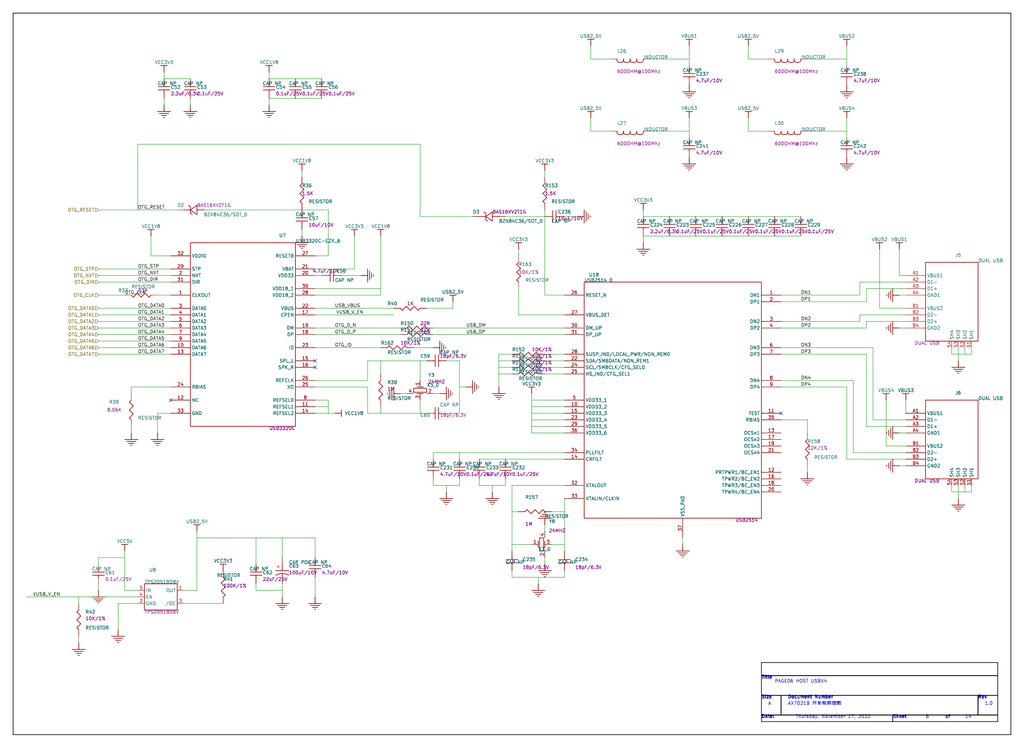
<source format=kicad_sch>
(kicad_sch (version 20231120) (generator "eeschema") (generator_version "8.0")
  (paper "User" 396.24 289.56)
  (title_block (title "PAGE06 HOST USBX4"))
  (no_connect (at 121.92 142.24))
  (no_connect (at 121.92 139.7))
  (no_connect (at 66.04 154.94))
  (no_connect (at 302.26 160.02))
  (wire (pts (xy 147.32 139.7) (xy 147.32 144.78)))
  (wire (pts (xy 142.24 139.7) (xy 142.24 147.32)))
  (wire (pts (xy 177.8 149.86) (xy 177.8 160.02)))
  (wire (pts (xy 208.28 223.52) (xy 198.12 223.52)))
  (wire (pts (xy 205.74 167.64) (xy 205.74 165.1)))
  (wire (pts (xy 45.72 233.68) (xy 45.72 243.84)))
  (wire (pts (xy 327.66 53.34) (xy 327.66 50.8)))
  (wire (pts (xy 53.34 81.28) (xy 53.34 55.88)))
  (wire (pts (xy 266.7 50.8) (xy 251.46 50.8)))
  (wire (pts (xy 302.26 114.3) (xy 332.74 114.3)))
  (wire (pts (xy 60.96 160.02) (xy 66.04 160.02)))
  (wire (pts (xy 370.84 190.5) (xy 370.84 187.96)))
  (wire (pts (xy 167.64 129.54) (xy 218.44 129.54)))
  (wire (pts (xy 121.92 129.54) (xy 154.94 129.54)))
  (wire (pts (xy 266.7 25.4) (xy 266.7 22.86)))
  (wire (pts (xy 53.34 81.28) (xy 38.1 81.28)))
  (wire (pts (xy 218.44 154.94) (xy 205.74 154.94)))
  (wire (pts (xy 210.82 205.74) (xy 210.82 203.2)))
  (wire (pts (xy 142.24 147.32) (xy 121.92 147.32)))
  (wire (pts (xy 340.36 119.38) (xy 340.36 96.52)))
  (wire (pts (xy 167.64 175.26) (xy 177.8 175.26)))
  (wire (pts (xy 121.92 119.38) (xy 152.4 119.38)))
  (wire (pts (xy 99.06 208.28) (xy 76.2 208.28)))
  (wire (pts (xy 236.22 50.8) (xy 228.6 50.8)))
  (wire (pts (xy 121.92 104.14) (xy 137.16 104.14)))
  (wire (pts (xy 121.92 208.28) (xy 109.22 208.28)))
  (wire (pts (xy 198.12 223.52) (xy 198.12 220.98)))
  (wire (pts (xy 157.48 152.4) (xy 154.94 152.4)))
  (wire (pts (xy 327.66 177.8) (xy 327.66 149.86)))
  (wire (pts (xy 114.3 38.1) (xy 104.14 38.1)))
  (wire (pts (xy 327.66 45.72) (xy 327.66 50.8)))
  (wire (pts (xy 162.56 160.02) (xy 147.32 160.02)))
  (wire (pts (xy 177.8 185.42) (xy 177.8 187.96)))
  (wire (pts (xy 332.74 109.22) (xy 332.74 114.3)))
  (wire (pts (xy 218.44 144.78) (xy 210.82 144.78)))
  (wire (pts (xy 218.44 193.04) (xy 218.44 198.12)))
  (wire (pts (xy 38.1 104.14) (xy 66.04 104.14)))
  (wire (pts (xy 127 154.94) (xy 121.92 154.94)))
  (wire (pts (xy 38.1 124.46) (xy 66.04 124.46)))
  (wire (pts (xy 172.72 187.96) (xy 167.64 187.96)))
  (wire (pts (xy 302.26 134.62) (xy 337.82 134.62)))
  (wire (pts (xy 350.52 175.26) (xy 330.2 175.26)))
  (wire (pts (xy 327.66 17.78) (xy 327.66 22.86)))
  (wire (pts (xy 114.3 30.48) (xy 104.14 30.48)))
  (wire (pts (xy 63.5 40.64) (xy 63.5 38.1)))
  (wire (pts (xy 218.44 210.82) (xy 218.44 198.12)))
  (wire (pts (xy 302.26 124.46) (xy 332.74 124.46)))
  (wire (pts (xy 350.52 119.38) (xy 340.36 119.38)))
  (wire (pts (xy 375.92 134.62) (xy 375.92 137.16)))
  (wire (pts (xy 350.52 154.94) (xy 350.52 160.02)))
  (wire (pts (xy 297.18 50.8) (xy 289.56 50.8)))
  (wire (pts (xy 210.82 83.82) (xy 195.58 83.82)))
  (wire (pts (xy 76.2 228.6) (xy 76.2 208.28)))
  (wire (pts (xy 167.64 177.8) (xy 167.64 175.26)))
  (wire (pts (xy 109.22 228.6) (xy 109.22 226.06)))
  (wire (pts (xy 147.32 160.02) (xy 142.24 160.02)))
  (wire (pts (xy 127 157.48) (xy 121.92 157.48)))
  (wire (pts (xy 327.66 25.4) (xy 327.66 22.86)))
  (wire (pts (xy 116.84 81.28) (xy 81.28 81.28)))
  (wire (pts (xy 370.84 137.16) (xy 370.84 134.62)))
  (wire (pts (xy 370.84 137.16) (xy 368.3 137.16)))
  (wire (pts (xy 218.44 165.1) (xy 205.74 165.1)))
  (wire (pts (xy 259.08 83.82) (xy 248.92 83.82)))
  (wire (pts (xy 373.38 137.16) (xy 370.84 137.16)))
  (wire (pts (xy 73.66 40.64) (xy 73.66 38.1)))
  (wire (pts (xy 264.16 210.82) (xy 264.16 208.28)))
  (wire (pts (xy 193.04 137.16) (xy 193.04 139.7)))
  (wire (pts (xy 205.74 154.94) (xy 205.74 152.4)))
  (wire (pts (xy 332.74 121.92) (xy 332.74 124.46)))
  (wire (pts (xy 337.82 162.56) (xy 337.82 134.62)))
  (wire (pts (xy 312.42 167.64) (xy 312.42 162.56)))
  (wire (pts (xy 38.1 106.68) (xy 66.04 106.68)))
  (wire (pts (xy 162.56 139.7) (xy 147.32 139.7)))
  (wire (pts (xy 50.8 167.64) (xy 50.8 165.1)))
  (wire (pts (xy 228.6 22.86) (xy 228.6 17.78)))
  (wire (pts (xy 266.7 17.78) (xy 266.7 22.86)))
  (wire (pts (xy 177.8 139.7) (xy 172.72 139.7)))
  (wire (pts (xy 248.92 91.44) (xy 259.08 91.44)))
  (wire (pts (xy 335.28 127) (xy 335.28 124.46)))
  (wire (pts (xy 142.24 160.02) (xy 142.24 149.86)))
  (wire (pts (xy 309.88 83.82) (xy 299.72 83.82)))
  (wire (pts (xy 109.22 208.28) (xy 109.22 215.9)))
  (wire (pts (xy 124.46 106.68) (xy 121.92 106.68)))
  (wire (pts (xy 312.42 182.88) (xy 312.42 180.34)))
  (wire (pts (xy 218.44 162.56) (xy 205.74 162.56)))
  (wire (pts (xy 198.12 198.12) (xy 200.66 198.12)))
  (wire (pts (xy 66.04 149.86) (xy 50.8 149.86)))
  (wire (pts (xy 335.28 165.1) (xy 335.28 137.16)))
  (wire (pts (xy 266.7 45.72) (xy 266.7 50.8)))
  (wire (pts (xy 127 99.06) (xy 127 81.28)))
  (wire (pts (xy 205.74 162.56) (xy 205.74 160.02)))
  (wire (pts (xy 302.26 127) (xy 335.28 127)))
  (wire (pts (xy 66.04 114.3) (xy 60.96 114.3)))
  (wire (pts (xy 116.84 91.44) (xy 116.84 88.9)))
  (wire (pts (xy 38.1 109.22) (xy 66.04 109.22)))
  (wire (pts (xy 299.72 83.82) (xy 289.56 83.82)))
  (wire (pts (xy 170.18 152.4) (xy 167.64 152.4)))
  (wire (pts (xy 368.3 137.16) (xy 368.3 134.62)))
  (wire (pts (xy 71.12 228.6) (xy 76.2 228.6)))
  (wire (pts (xy 124.46 38.1) (xy 114.3 38.1)))
  (wire (pts (xy 193.04 139.7) (xy 198.12 139.7)))
  (wire (pts (xy 210.82 83.82) (xy 210.82 81.28)))
  (wire (pts (xy 370.84 190.5) (xy 368.3 190.5)))
  (wire (pts (xy 350.52 121.92) (xy 332.74 121.92)))
  (wire (pts (xy 205.74 157.48) (xy 205.74 154.94)))
  (wire (pts (xy 335.28 124.46) (xy 350.52 124.46)))
  (wire (pts (xy 58.42 99.06) (xy 58.42 91.44)))
  (wire (pts (xy 248.92 93.98) (xy 248.92 91.44)))
  (wire (pts (xy 30.48 248.92) (xy 30.48 246.38)))
  (wire (pts (xy 330.2 175.26) (xy 330.2 147.32)))
  (wire (pts (xy 218.44 187.96) (xy 198.12 187.96)))
  (wire (pts (xy 208.28 223.52) (xy 208.28 226.06)))
  (wire (pts (xy 177.8 149.86) (xy 177.8 139.7)))
  (wire (pts (xy 218.44 139.7) (xy 210.82 139.7)))
  (wire (pts (xy 53.34 55.88) (xy 162.56 55.88)))
  (wire (pts (xy 121.92 160.02) (xy 127 160.02)))
  (wire (pts (xy 335.28 111.76) (xy 335.28 116.84)))
  (wire (pts (xy 302.26 149.86) (xy 327.66 149.86)))
  (wire (pts (xy 373.38 190.5) (xy 370.84 190.5)))
  (wire (pts (xy 350.52 114.3) (xy 347.98 114.3)))
  (wire (pts (xy 147.32 91.44) (xy 147.32 111.76)))
  (wire (pts (xy 165.1 139.7) (xy 162.56 139.7)))
  (wire (pts (xy 218.44 160.02) (xy 205.74 160.02)))
  (wire (pts (xy 53.34 231.14) (xy 30.48 231.14)))
  (wire (pts (xy 195.58 187.96) (xy 190.5 187.96)))
  (wire (pts (xy 165.1 119.38) (xy 175.26 119.38)))
  (wire (pts (xy 375.92 187.96) (xy 375.92 190.5)))
  (wire (pts (xy 162.56 55.88) (xy 162.56 83.82)))
  (wire (pts (xy 279.4 83.82) (xy 269.24 83.82)))
  (wire (pts (xy 167.64 134.62) (xy 160.02 134.62)))
  (wire (pts (xy 218.44 137.16) (xy 210.82 137.16)))
  (wire (pts (xy 375.92 137.16) (xy 373.38 137.16)))
  (wire (pts (xy 218.44 175.26) (xy 177.8 175.26)))
  (wire (pts (xy 218.44 177.8) (xy 195.58 177.8)))
  (wire (pts (xy 259.08 91.44) (xy 269.24 91.44)))
  (wire (pts (xy 350.52 127) (xy 347.98 127)))
  (wire (pts (xy 175.26 119.38) (xy 175.26 116.84)))
  (wire (pts (xy 38.1 215.9) (xy 38.1 218.44)))
  (wire (pts (xy 269.24 91.44) (xy 279.4 91.44)))
  (wire (pts (xy 48.26 228.6) (xy 48.26 215.9)))
  (wire (pts (xy 38.1 132.08) (xy 66.04 132.08)))
  (wire (pts (xy 266.7 22.86) (xy 251.46 22.86)))
  (wire (pts (xy 129.54 160.02) (xy 127 160.02)))
  (wire (pts (xy 73.66 30.48) (xy 63.5 30.48)))
  (wire (pts (xy 236.22 22.86) (xy 228.6 22.86)))
  (wire (pts (xy 38.1 137.16) (xy 66.04 137.16)))
  (wire (pts (xy 218.44 198.12) (xy 213.36 198.12)))
  (wire (pts (xy 38.1 119.38) (xy 66.04 119.38)))
  (wire (pts (xy 205.74 160.02) (xy 205.74 157.48)))
  (wire (pts (xy 218.44 114.3) (xy 210.82 114.3)))
  (wire (pts (xy 167.64 187.96) (xy 167.64 185.42)))
  (wire (pts (xy 139.7 106.68) (xy 132.08 106.68)))
  (wire (pts (xy 86.36 233.68) (xy 71.12 233.68)))
  (wire (pts (xy 48.26 215.9) (xy 38.1 215.9)))
  (wire (pts (xy 347.98 106.68) (xy 347.98 96.52)))
  (wire (pts (xy 248.92 83.82) (xy 248.92 81.28)))
  (wire (pts (xy 198.12 210.82) (xy 198.12 198.12)))
  (wire (pts (xy 370.84 193.04) (xy 370.84 190.5)))
  (wire (pts (xy 193.04 144.78) (xy 198.12 144.78)))
  (wire (pts (xy 190.5 187.96) (xy 190.5 190.5)))
  (wire (pts (xy 198.12 210.82) (xy 198.12 213.36)))
  (wire (pts (xy 109.22 228.6) (xy 99.06 228.6)))
  (wire (pts (xy 350.52 162.56) (xy 337.82 162.56)))
  (wire (pts (xy 370.84 139.7) (xy 370.84 137.16)))
  (wire (pts (xy 177.8 187.96) (xy 172.72 187.96)))
  (wire (pts (xy 147.32 139.7) (xy 142.24 139.7)))
  (wire (pts (xy 99.06 228.6) (xy 99.06 226.06)))
  (wire (pts (xy 279.4 91.44) (xy 289.56 91.44)))
  (wire (pts (xy 218.44 213.36) (xy 218.44 210.82)))
  (wire (pts (xy 350.52 180.34) (xy 347.98 180.34)))
  (wire (pts (xy 38.1 228.6) (xy 38.1 226.06)))
  (wire (pts (xy 342.9 172.72) (xy 342.9 154.94)))
  (wire (pts (xy 289.56 50.8) (xy 289.56 45.72)))
  (wire (pts (xy 147.32 111.76) (xy 121.92 111.76)))
  (wire (pts (xy 109.22 231.14) (xy 109.22 228.6)))
  (wire (pts (xy 147.32 114.3) (xy 147.32 111.76)))
  (wire (pts (xy 116.84 68.58) (xy 116.84 66.04)))
  (wire (pts (xy 289.56 83.82) (xy 279.4 83.82)))
  (wire (pts (xy 50.8 149.86) (xy 50.8 152.4)))
  (wire (pts (xy 66.04 99.06) (xy 58.42 99.06)))
  (wire (pts (xy 185.42 187.96) (xy 185.42 185.42)))
  (wire (pts (xy 210.82 114.3) (xy 210.82 83.82)))
  (wire (pts (xy 375.92 190.5) (xy 373.38 190.5)))
  (wire (pts (xy 104.14 38.1) (xy 104.14 40.64)))
  (wire (pts (xy 53.34 233.68) (xy 45.72 233.68)))
  (wire (pts (xy 205.74 210.82) (xy 198.12 210.82)))
  (wire (pts (xy 195.58 185.42) (xy 195.58 187.96)))
  (wire (pts (xy 48.26 215.9) (xy 48.26 213.36)))
  (wire (pts (xy 350.52 167.64) (xy 347.98 167.64)))
  (wire (pts (xy 162.56 83.82) (xy 182.88 83.82)))
  (wire (pts (xy 10.16 231.14) (xy 30.48 231.14)))
  (wire (pts (xy 167.64 127) (xy 218.44 127)))
  (wire (pts (xy 350.52 109.22) (xy 332.74 109.22)))
  (wire (pts (xy 200.66 121.92) (xy 200.66 111.76)))
  (wire (pts (xy 63.5 30.48) (xy 63.5 27.94)))
  (wire (pts (xy 302.26 147.32) (xy 330.2 147.32)))
  (wire (pts (xy 210.82 218.44) (xy 210.82 215.9)))
  (wire (pts (xy 177.8 175.26) (xy 177.8 177.8)))
  (wire (pts (xy 172.72 187.96) (xy 172.72 190.5)))
  (wire (pts (xy 137.16 104.14) (xy 137.16 91.44)))
  (wire (pts (xy 60.96 167.64) (xy 60.96 160.02)))
  (wire (pts (xy 165.1 160.02) (xy 162.56 160.02)))
  (wire (pts (xy 53.34 228.6) (xy 48.26 228.6)))
  (wire (pts (xy 76.2 208.28) (xy 76.2 205.74)))
  (wire (pts (xy 223.52 83.82) (xy 218.44 83.82)))
  (wire (pts (xy 218.44 223.52) (xy 208.28 223.52)))
  (wire (pts (xy 198.12 137.16) (xy 193.04 137.16)))
  (wire (pts (xy 198.12 187.96) (xy 198.12 198.12)))
  (wire (pts (xy 127 157.48) (xy 127 154.94)))
  (wire (pts (xy 198.12 142.24) (xy 193.04 142.24)))
  (wire (pts (xy 205.74 165.1) (xy 205.74 162.56)))
  (wire (pts (xy 289.56 91.44) (xy 299.72 91.44)))
  (wire (pts (xy 121.92 134.62) (xy 147.32 134.62)))
  (wire (pts (xy 218.44 121.92) (xy 200.66 121.92)))
  (wire (pts (xy 193.04 142.24) (xy 193.04 139.7)))
  (wire (pts (xy 218.44 142.24) (xy 210.82 142.24)))
  (wire (pts (xy 350.52 177.8) (xy 327.66 177.8)))
  (wire (pts (xy 99.06 218.44) (xy 99.06 208.28)))
  (wire (pts (xy 30.48 233.68) (xy 30.48 231.14)))
  (wire (pts (xy 38.1 129.54) (xy 66.04 129.54)))
  (wire (pts (xy 299.72 91.44) (xy 309.88 91.44)))
  (wire (pts (xy 327.66 50.8) (xy 312.42 50.8)))
  (wire (pts (xy 147.32 160.02) (xy 147.32 157.48)))
  (wire (pts (xy 127 160.02) (xy 127 157.48)))
  (wire (pts (xy 327.66 22.86) (xy 312.42 22.86)))
  (wire (pts (xy 99.06 208.28) (xy 109.22 208.28)))
  (wire (pts (xy 190.5 187.96) (xy 185.42 187.96)))
  (wire (pts (xy 269.24 83.82) (xy 259.08 83.82)))
  (wire (pts (xy 297.18 22.86) (xy 289.56 22.86)))
  (wire (pts (xy 142.24 149.86) (xy 121.92 149.86)))
  (wire (pts (xy 121.92 99.06) (xy 127 99.06)))
  (wire (pts (xy 193.04 142.24) (xy 193.04 144.78)))
  (wire (pts (xy 210.82 68.58) (xy 210.82 66.04)))
  (wire (pts (xy 350.52 111.76) (xy 335.28 111.76)))
  (wire (pts (xy 350.52 172.72) (xy 342.9 172.72)))
  (wire (pts (xy 127 81.28) (xy 116.84 81.28)))
  (wire (pts (xy 228.6 50.8) (xy 228.6 45.72)))
  (wire (pts (xy 195.58 177.8) (xy 185.42 177.8)))
  (wire (pts (xy 266.7 53.34) (xy 266.7 50.8)))
  (wire (pts (xy 38.1 121.92) (xy 66.04 121.92)))
  (wire (pts (xy 162.56 154.94) (xy 162.56 160.02)))
  (wire (pts (xy 193.04 144.78) (xy 193.04 149.86)))
  (wire (pts (xy 218.44 220.98) (xy 218.44 223.52)))
  (wire (pts (xy 38.1 134.62) (xy 66.04 134.62)))
  (wire (pts (xy 121.92 121.92) (xy 152.4 121.92)))
  (wire (pts (xy 368.3 190.5) (xy 368.3 187.96)))
  (wire (pts (xy 124.46 30.48) (xy 114.3 30.48)))
  (wire (pts (xy 373.38 137.16) (xy 373.38 134.62)))
  (wire (pts (xy 162.56 147.32) (xy 162.56 139.7)))
  (wire (pts (xy 121.92 215.9) (xy 121.92 208.28)))
  (wire (pts (xy 213.36 210.82) (xy 218.44 210.82)))
  (wire (pts (xy 200.66 99.06) (xy 200.66 96.52)))
  (wire (pts (xy 218.44 167.64) (xy 205.74 167.64)))
  (wire (pts (xy 177.8 160.02) (xy 172.72 160.02)))
  (wire (pts (xy 180.34 149.86) (xy 177.8 149.86)))
  (wire (pts (xy 302.26 116.84) (xy 335.28 116.84)))
  (wire (pts (xy 302.26 137.16) (xy 335.28 137.16)))
  (wire (pts (xy 121.92 231.14) (xy 121.92 223.52)))
  (wire (pts (xy 350.52 165.1) (xy 335.28 165.1)))
  (wire (pts (xy 48.26 114.3) (xy 38.1 114.3)))
  (wire (pts (xy 68.58 81.28) (xy 53.34 81.28)))
  (wire (pts (xy 218.44 157.48) (xy 205.74 157.48)))
  (wire (pts (xy 104.14 30.48) (xy 104.14 27.94)))
  (wire (pts (xy 121.92 114.3) (xy 147.32 114.3)))
  (wire (pts (xy 289.56 22.86) (xy 289.56 17.78)))
  (wire (pts (xy 312.42 162.56) (xy 302.26 162.56)))
  (wire (pts (xy 373.38 190.5) (xy 373.38 187.96)))
  (wire (pts (xy 121.92 127) (xy 154.94 127)))
  (wire (pts (xy 38.1 127) (xy 66.04 127)))
  (wire (pts (xy 350.52 106.68) (xy 347.98 106.68)))
  (rectangle (start 345.44 276.86) (end 294.64 279.4) (stroke (width 0.254) (color 0 0 0 1)))
  (rectangle (start 391.16 5.08) (end 5.08 284.48) (stroke (width 0.254) (color 0 0 0 1)))
  (rectangle (start 386.08 261.62) (end 294.64 269.24) (stroke (width 0.254) (color 0 0 0 1)))
  (rectangle (start 302.26 269.24) (end 294.64 276.86) (stroke (width 0.254) (color 0 0 0 1)))
  (rectangle (start 386.08 269.24) (end 378.46 276.86) (stroke (width 0.254) (color 0 0 0 1)))
  (rectangle (start 386.08 276.86) (end 345.44 279.4) (stroke (width 0.254) (color 0 0 0 1)))
  (rectangle (start 378.46 269.24) (end 302.26 276.86) (stroke (width 0.254) (color 0 0 0 1)))
  (rectangle (start 386.08 256.54) (end 294.64 261.62) (stroke (width 0.254) (color 0 0 0 1)))
  (text "Document Number" (at 304.8 269.24 0) (effects (font (size 1.27 1.27)) (justify left top)))
  (text "Date:" (at 294.64 276.86 0) (effects (font (size 1.27 1.27)) (justify left top)))
  (text "Sheet" (at 345.44 276.86 0) (effects (font (size 1.27 1.27)) (justify left top)))
  (text "6" (at 358.14 276.86 0) (effects (font (size 1.27 1.27)) (justify left top)))
  (text "Sheet" (at 345.44 276.86 0) (effects (font (size 1.27 1.27)) (justify left top)))
  (text "of" (at 365.76 276.86 0) (effects (font (size 1.27 1.27)) (justify left top)))
  (text "Rev" (at 378.46 269.24 0) (effects (font (size 1.27 1.27)) (justify left top)))
  (text "Date:" (at 294.64 276.86 0) (effects (font (size 1.27 1.27)) (justify left top)))
  (text "Sheet" (at 345.44 276.86 0) (effects (font (size 1.27 1.27)) (justify left top)))
  (text "Rev" (at 378.46 269.24 0) (effects (font (size 1.27 1.27)) (justify left top)))
  (text "Size" (at 294.64 269.24 0) (effects (font (size 1.27 1.27)) (justify left top)))
  (text "Sheet" (at 345.44 276.86 0) (effects (font (size 1.27 1.27)) (justify left top)))
  (text "Document Number" (at 304.8 269.24 0) (effects (font (size 1.27 1.27)) (justify left top)))
  (text "Thursday, November 17, 2022" (at 307.848 276.86 0) (effects (font (size 1.27 1.27)) (justify left top)))
  (text "Document Number" (at 304.8 269.24 0) (effects (font (size 1.27 1.27)) (justify left top)))
  (text "Title" (at 294.64 261.62 0) (effects (font (size 1.27 1.27)) (justify left top)))
  (text "Title" (at 294.64 261.62 0) (effects (font (size 1.27 1.27)) (justify left top)))
  (text "of" (at 365.76 276.86 0) (effects (font (size 1.27 1.27)) (justify left top)))
  (text "Document Number" (at 304.8 269.24 0) (effects (font (size 1.27 1.27)) (justify left top)))
  (text "of" (at 365.76 276.86 0) (effects (font (size 1.27 1.27)) (justify left top)))
  (text "Rev" (at 378.46 269.24 0) (effects (font (size 1.27 1.27)) (justify left top)))
  (text "Size" (at 294.64 269.24 0) (effects (font (size 1.27 1.27)) (justify left top)))
  (text "of" (at 365.76 276.86 0) (effects (font (size 1.27 1.27)) (justify left top)))
  (text "Date:" (at 294.64 276.86 0) (effects (font (size 1.27 1.27)) (justify left top)))
  (text "AX7021B 开发板原理图" (at 304.8 271.78 0) (effects (font (size 1.27 1.27)) (justify left top)))
  (text "Document Number" (at 304.8 269.24 0) (effects (font (size 1.27 1.27)) (justify left top)))
  (text "Title" (at 294.64 261.62 0) (effects (font (size 1.27 1.27)) (justify left top)))
  (text "14" (at 373.38 276.86 0) (effects (font (size 1.27 1.27)) (justify left top)))
  (text "Rev" (at 378.46 269.24 0) (effects (font (size 1.27 1.27)) (justify left top)))
  (text "Size" (at 294.64 269.24 0) (effects (font (size 1.27 1.27)) (justify left top)))
  (text "Date:" (at 294.64 276.86 0) (effects (font (size 1.27 1.27)) (justify left top)))
  (text "A" (at 297.18 271.78 0) (effects (font (size 1.27 1.27)) (justify left top)))
  (text "Sheet" (at 345.44 276.86 0) (effects (font (size 1.27 1.27)) (justify left top)))
  (text "of" (at 365.76 276.86 0) (effects (font (size 1.27 1.27)) (justify left top)))
  (text "of" (at 365.76 276.86 0) (effects (font (size 1.27 1.27)) (justify left top)))
  (text "Sheet" (at 345.44 276.86 0) (effects (font (size 1.27 1.27)) (justify left top)))
  (text "Title" (at 294.64 261.62 0) (effects (font (size 1.27 1.27)) (justify left top)))
  (text "1.0" (at 381 271.78 0) (effects (font (size 1.27 1.27)) (justify left top)))
  (text "Title" (at 294.64 261.62 0) (effects (font (size 1.27 1.27)) (justify left top)))
  (text "Size" (at 294.64 269.24 0) (effects (font (size 1.27 1.27)) (justify left top)))
  (text "PAGE06 HOST USBX4" (at 299.72 263.144 0) (effects (font (size 1.27 1.27)) (justify left top)))
  (text "Size" (at 294.64 269.24 0) (effects (font (size 1.27 1.27)) (justify left top)))
  (text "Date:" (at 294.64 276.86 0) (effects (font (size 1.27 1.27)) (justify left top)))
  (text "Date:" (at 294.64 276.86 0) (effects (font (size 1.27 1.27)) (justify left top)))
  (text "Title" (at 294.64 261.62 0) (effects (font (size 1.27 1.27)) (justify left top)))
  (text "Size" (at 294.64 269.24 0) (effects (font (size 1.27 1.27)) (justify left top)))
  (text "Document Number" (at 304.8 269.24 0) (effects (font (size 1.27 1.27)) (justify left top)))
  (text "Rev" (at 378.46 269.24 0) (effects (font (size 1.27 1.27)) (justify left top)))
  (text "Rev" (at 378.46 269.24 0) (effects (font (size 1.27 1.27)) (justify left top)))
  (label "OTG_NXT" (at 53.34 106.68 0))
  (label "OTG_STP" (at 53.34 104.14 0))
  (label "OTG_CLK" (at 48.26 114.3 0))
  (label "OTG_DATA7" (at 53.34 137.16 0))
  (label "OTG_ID" (at 129.54 134.62 0))
  (label "OTG_DATA2" (at 53.34 124.46 0))
  (label "OTG_D_P" (at 129.54 129.54 0))
  (label "DN2" (at 309.88 124.46 0))
  (label "OTG_DATA4" (at 53.34 129.54 0))
  (label "OTG_DATA6" (at 53.34 134.62 0))
  (label "OTG_DATA5" (at 53.34 132.08 0))
  (label "USB_DM" (at 180.34 127 0))
  (label "OTG_RESET" (at 53.34 81.28 0))
  (label "OTG_DATA1" (at 53.34 121.92 0))
  (label "DN4" (at 309.88 147.32 0))
  (label "USB_DP" (at 180.34 129.54 0))
  (label "VUSB_V_EN" (at 12.7 231.14 0))
  (label "DP4" (at 309.88 149.86 0))
  (label "OTG_D_N" (at 129.54 127 0))
  (label "OTG_DATA3" (at 53.34 127 0))
  (label "DP2" (at 309.88 127 0))
  (label "VUSB_V_EN" (at 130.048 121.92 0))
  (label "DN1" (at 309.88 114.3 0))
  (label "USB_VBUS" (at 129.54 119.38 0))
  (label "DN3" (at 309.88 134.62 0))
  (label "OTG_DATA0" (at 53.34 119.38 0))
  (label "OTG_DIR" (at 53.34 109.22 0))
  (label "DP3" (at 309.88 137.16 0))
  (label "DP1" (at 309.88 116.84 0))
  (hierarchical_label "OTG_DATA5" (shape input) (at 38.1 132.08 180))
  (hierarchical_label "OTG_DATA4" (shape input) (at 38.1 129.54 180))
  (hierarchical_label "OTG_DATA6" (shape input) (at 38.1 134.62 180))
  (hierarchical_label "OTG_RESET" (shape input) (at 38.1 81.28 180))
  (hierarchical_label "OTG_STP" (shape input) (at 38.1 104.14 180))
  (hierarchical_label "OTG_DATA3" (shape input) (at 38.1 127 180))
  (hierarchical_label "OTG_DATA1" (shape input) (at 38.1 121.92 180))
  (hierarchical_label "OTG_NXT" (shape input) (at 38.1 106.68 180))
  (hierarchical_label "OTG_CLK" (shape input) (at 38.1 114.3 180))
  (hierarchical_label "OTG_DATA2" (shape input) (at 38.1 124.46 180))
  (hierarchical_label "OTG_DATA0" (shape input) (at 38.1 119.38 180))
  (hierarchical_label "OTG_DATA7" (shape input) (at 38.1 137.16 180))
  (hierarchical_label "OTG_DIR" (shape input) (at 38.1 109.22 180))
  (symbol (lib_id "getting sheets-altium-import:root_0_CAP NP") (at 71.12 33.02 0) (unit 1)
    (property "Reference" "C53" (at 76.2 33.02 0) (effects (justify left top)))
    (property "Value" "CAP NP" (at 71.12 33.02 0) (effects (justify left bottom)))
    (property "SYMBOL" "CAP NP" (effects (hide yes)))
    (property "DEVICE" "CAP NP" (effects (hide yes)))
    (property "PCB FOOTPRINT" "C0402" (effects (hide yes)))
    (property "SOURCE PACKAGE" "CAP NP" (effects (hide yes)))
    (property "PRIMITIVE" "DEFAULT" (effects (hide yes)))
    (property "VA" "电容" (effects (hide yes)))
    (property "ALTIUM_VALUE" "0.1uF/25V" (at 76.2 35.56 0) (effects (justify left top)))
    (property "IMPLEMENTATION TYPE" "<none>" (effects (hide yes)))
    (property "POWER PINS VISIBLE" "False" (effects (hide yes)))
    (property "ADD INTO BOM" "yes" (effects (hide yes)))
    (property "CONVERT TO PCB" "yes" (effects (hide yes)))
    (property "ORIGIN FOOTPRINT" "C0402" (effects (hide yes)))
  )
  (symbol (lib_id "getting sheets-altium-import:USB2_5V_BAR") (at 289.56 17.78 180) (unit 1)
    (property "Reference" "#PWR?" (effects (hide yes)))
    (property "Value" "USB2_5V" (at 289.56 13.97 0))
  )
  (symbol (lib_id "getting sheets-altium-import:USB2_5V_BAR") (at 76.2 205.74 180) (unit 1)
    (property "Reference" "#PWR?" (effects (hide yes)))
    (property "Value" "USB2_5V" (at 76.2 201.93 0))
  )
  (symbol (lib_id "getting sheets-altium-import:GND_POWER_GROUND") (at 210.82 218.44 0) (unit 1)
    (property "Reference" "#PWR?" (effects (hide yes)))
    (property "Value" "GND" (effects (hide yes)))
  )
  (symbol (lib_id "getting sheets-altium-import:root_3_RESISTOR") (at 162.56 116.84 0) (unit 1)
    (property "Reference" "R40" (at 149.86 116.84 0) (effects (justify left top)))
    (property "Value" "RESISTOR" (at 162.56 116.84 0) (effects (justify left bottom)))
    (property "SYMBOL" "RESISTOR" (effects (hide yes)))
    (property "DEVICE" "RESISTOR" (effects (hide yes)))
    (property "PCB FOOTPRINT" "R0402" (effects (hide yes)))
    (property "SOURCE PACKAGE" "RESISTOR" (effects (hide yes)))
    (property "PRIMITIVE" "DEFAULT" (effects (hide yes)))
    (property "VA" "电阻" (effects (hide yes)))
    (property "ALTIUM_VALUE" "1K" (at 157.48 116.84 0) (effects (justify left top)))
    (property "IMPLEMENTATION TYPE" "<none>" (effects (hide yes)))
    (property "POWER PINS VISIBLE" "False" (effects (hide yes)))
    (property "ADD INTO BOM" "yes" (effects (hide yes)))
    (property "CONVERT TO PCB" "yes" (effects (hide yes)))
    (property "ORIGIN FOOTPRINT" "R0402" (effects (hide yes)))
  )
  (symbol (lib_id "getting sheets-altium-import:root_0_CAP NP") (at 175.26 180.34 0) (unit 1)
    (property "Reference" "C230" (at 180.34 180.34 0) (effects (justify left top)))
    (property "Value" "CAP NP" (at 175.26 180.34 0) (effects (justify left bottom)))
    (property "SYMBOL" "CAP NP" (effects (hide yes)))
    (property "DEVICE" "CAP NP" (effects (hide yes)))
    (property "PCB FOOTPRINT" "C0402" (effects (hide yes)))
    (property "SOURCE PACKAGE" "CAP NP" (effects (hide yes)))
    (property "PRIMITIVE" "DEFAULT" (effects (hide yes)))
    (property "VA" "电容" (effects (hide yes)))
    (property "ALTIUM_VALUE" "0.1uF/25V" (at 180.34 182.88 0) (effects (justify left top)))
    (property "IMPLEMENTATION TYPE" "<none>" (effects (hide yes)))
    (property "POWER PINS VISIBLE" "False" (effects (hide yes)))
    (property "ADD INTO BOM" "yes" (effects (hide yes)))
    (property "CONVERT TO PCB" "yes" (effects (hide yes)))
    (property "ORIGIN FOOTPRINT" "C0402" (effects (hide yes)))
  )
  (symbol (lib_id "getting sheets-altium-import:VCC1V8_BAR") (at 129.54 160.02 90) (unit 1)
    (property "Reference" "#PWR?" (effects (hide yes)))
    (property "Value" "VCC1V8" (at 133.35 160.02 90) (effects (justify right)))
  )
  (symbol (lib_id "getting sheets-altium-import:GND_POWER_GROUND") (at 347.98 180.34 270) (unit 1)
    (property "Reference" "#PWR?" (effects (hide yes)))
    (property "Value" "GND" (effects (hide yes)))
  )
  (symbol (lib_id "getting sheets-altium-import:VBUS2_BAR") (at 340.36 96.52 180) (unit 1)
    (property "Reference" "#PWR?" (effects (hide yes)))
    (property "Value" "VBUS2" (at 340.36 92.71 0))
  )
  (symbol (lib_id "getting sheets-altium-import:GND_POWER_GROUND") (at 104.14 40.64 0) (unit 1)
    (property "Reference" "#PWR?" (effects (hide yes)))
    (property "Value" "GND" (effects (hide yes)))
  )
  (symbol (lib_id "getting sheets-altium-import:GND_POWER_GROUND") (at 266.7 60.96 0) (unit 1)
    (property "Reference" "#PWR?" (effects (hide yes)))
    (property "Value" "GND" (effects (hide yes)))
  )
  (symbol (lib_id "getting sheets-altium-import:root_3_INDUCTOR") (at 309.88 50.8 0) (unit 1)
    (property "Reference" "L30" (at 299.72 46.99 0) (effects (justify left top)))
    (property "Value" "INDUCTOR" (at 309.88 50.8 0) (effects (justify left bottom)))
    (property "SYMBOL" "INDUCTOR" (effects (hide yes)))
    (property "DEVICE" "INDUCTOR" (effects (hide yes)))
    (property "PCB FOOTPRINT" "L0603" (effects (hide yes)))
    (property "SOURCE PACKAGE" "INDUCTOR" (effects (hide yes)))
    (property "PRIMITIVE" "DEFAULT" (effects (hide yes)))
    (property "VA" "磁珠" (effects (hide yes)))
    (property "ALTIUM_VALUE" "600OHM@100Mhz" (at 299.72 54.864 0) (effects (justify left top)))
    (property "IMPLEMENTATION TYPE" "<none>" (effects (hide yes)))
    (property "POWER PINS VISIBLE" "False" (effects (hide yes)))
    (property "ADD INTO BOM" "yes" (effects (hide yes)))
    (property "CONVERT TO PCB" "yes" (effects (hide yes)))
    (property "ORIGIN FOOTPRINT" "L0603" (effects (hide yes)))
  )
  (symbol (lib_id "getting sheets-altium-import:root_3_CAP NP") (at 170.18 137.16 0) (unit 1)
    (property "Reference" "C59" (at 162.56 137.16 0) (effects (justify left top)))
    (property "Value" "CAP NP" (at 170.18 137.16 0) (effects (justify left bottom)))
    (property "SYMBOL" "CAP NP" (effects (hide yes)))
    (property "DEVICE" "CAP NP" (effects (hide yes)))
    (property "PCB FOOTPRINT" "C0402" (effects (hide yes)))
    (property "SOURCE PACKAGE" "CAP NP" (effects (hide yes)))
    (property "PRIMITIVE" "DEFAULT" (effects (hide yes)))
    (property "VA" "电容" (effects (hide yes)))
    (property "ALTIUM_VALUE" "18pF/6.3V" (at 170.18 137.16 0) (effects (justify left top)))
    (property "IMPLEMENTATION TYPE" "<none>" (effects (hide yes)))
    (property "POWER PINS VISIBLE" "False" (effects (hide yes)))
    (property "ADD INTO BOM" "yes" (effects (hide yes)))
    (property "CONVERT TO PCB" "yes" (effects (hide yes)))
    (property "ORIGIN FOOTPRINT" "C0402" (effects (hide yes)))
  )
  (symbol (lib_id "getting sheets-altium-import:GND_POWER_GROUND") (at 370.84 139.7 0) (unit 1)
    (property "Reference" "#PWR?" (effects (hide yes)))
    (property "Value" "GND" (effects (hide yes)))
  )
  (symbol (lib_id "getting sheets-altium-import:GND_POWER_GROUND") (at 116.84 91.44 0) (unit 1)
    (property "Reference" "#PWR?" (effects (hide yes)))
    (property "Value" "GND" (effects (hide yes)))
  )
  (symbol (lib_id "getting sheets-altium-import:root_1_RESISTOR") (at 149.86 137.16 0) (unit 1)
    (property "Reference" "R162" (at 147.32 132.08 0) (effects (justify left top)))
    (property "Value" "RESISTOR" (at 149.86 137.16 0) (effects (justify left bottom)))
    (property "SYMBOL" "RESISTOR" (effects (hide yes)))
    (property "DEVICE" "RESISTOR" (effects (hide yes)))
    (property "PCB FOOTPRINT" "R0402" (effects (hide yes)))
    (property "SOURCE PACKAGE" "RESISTOR" (effects (hide yes)))
    (property "PRIMITIVE" "DEFAULT" (effects (hide yes)))
    (property "VA" "电阻" (effects (hide yes)))
    (property "ALTIUM_VALUE" "10K/1%" (at 154.94 132.08 0) (effects (justify left top)))
    (property "IMPLEMENTATION TYPE" "<none>" (effects (hide yes)))
    (property "POWER PINS VISIBLE" "False" (effects (hide yes)))
    (property "ADD INTO BOM" "yes" (effects (hide yes)))
    (property "CONVERT TO PCB" "yes" (effects (hide yes)))
    (property "ORIGIN FOOTPRINT" "R0402" (effects (hide yes)))
  )
  (symbol (lib_id "getting sheets-altium-import:root_3_INDUCTOR") (at 248.92 50.8 0) (unit 1)
    (property "Reference" "L27" (at 238.76 46.99 0) (effects (justify left top)))
    (property "Value" "INDUCTOR" (at 248.92 50.8 0) (effects (justify left bottom)))
    (property "SYMBOL" "INDUCTOR" (effects (hide yes)))
    (property "DEVICE" "INDUCTOR" (effects (hide yes)))
    (property "PCB FOOTPRINT" "L0603" (effects (hide yes)))
    (property "SOURCE PACKAGE" "INDUCTOR" (effects (hide yes)))
    (property "PRIMITIVE" "DEFAULT" (effects (hide yes)))
    (property "VA" "磁珠" (effects (hide yes)))
    (property "ALTIUM_VALUE" "600OHM@100Mhz" (at 238.76 54.864 0) (effects (justify left top)))
    (property "IMPLEMENTATION TYPE" "<none>" (effects (hide yes)))
    (property "POWER PINS VISIBLE" "False" (effects (hide yes)))
    (property "ADD INTO BOM" "yes" (effects (hide yes)))
    (property "CONVERT TO PCB" "yes" (effects (hide yes)))
    (property "ORIGIN FOOTPRINT" "L0603" (effects (hide yes)))
  )
  (symbol (lib_id "getting sheets-altium-import:VBUS3_BAR") (at 350.52 154.94 180) (unit 1)
    (property "Reference" "#PWR?" (effects (hide yes)))
    (property "Value" "VBUS3" (at 350.52 151.13 0))
  )
  (symbol (lib_id "getting sheets-altium-import:root_0_CAP NP") (at 325.12 27.94 0) (unit 1)
    (property "Reference" "C238" (at 330.2 27.94 0) (effects (justify left top)))
    (property "Value" "CAP NP" (at 325.12 27.94 0) (effects (justify left bottom)))
    (property "SYMBOL" "CAP NP" (effects (hide yes)))
    (property "DEVICE" "CAP NP" (effects (hide yes)))
    (property "PCB FOOTPRINT" "C0402" (effects (hide yes)))
    (property "SOURCE PACKAGE" "CAP NP" (effects (hide yes)))
    (property "PRIMITIVE" "DEFAULT" (effects (hide yes)))
    (property "VA" "电容" (effects (hide yes)))
    (property "ALTIUM_VALUE" "4.7uF/10V" (at 330.2 30.48 0) (effects (justify left top)))
    (property "IMPLEMENTATION TYPE" "<none>" (effects (hide yes)))
    (property "POWER PINS VISIBLE" "False" (effects (hide yes)))
    (property "ADD INTO BOM" "yes" (effects (hide yes)))
    (property "CONVERT TO PCB" "yes" (effects (hide yes)))
    (property "ORIGIN FOOTPRINT" "C0402" (effects (hide yes)))
  )
  (symbol (lib_id "getting sheets-altium-import:root_0_RESISTOR") (at 83.82 223.52 0) (unit 1)
    (property "Reference" "R41" (at 86.36 223.52 0) (effects (justify left top)))
    (property "Value" "RESISTOR" (at 83.82 223.52 0) (effects (justify left bottom)))
    (property "SYMBOL" "RESISTOR" (effects (hide yes)))
    (property "DEVICE" "RESISTOR" (effects (hide yes)))
    (property "PCB FOOTPRINT" "R0402" (effects (hide yes)))
    (property "SOURCE PACKAGE" "RESISTOR" (effects (hide yes)))
    (property "PRIMITIVE" "DEFAULT" (effects (hide yes)))
    (property "VA" "电阻" (effects (hide yes)))
    (property "ALTIUM_VALUE" "100K/1%" (at 86.36 226.06 0) (effects (justify left top)))
    (property "IMPLEMENTATION TYPE" "<none>" (effects (hide yes)))
    (property "POWER PINS VISIBLE" "False" (effects (hide yes)))
    (property "ADD INTO BOM" "yes" (effects (hide yes)))
    (property "CONVERT TO PCB" "yes" (effects (hide yes)))
    (property "ORIGIN FOOTPRINT" "R0402" (effects (hide yes)))
  )
  (symbol (lib_id "getting sheets-altium-import:root_0_CAP NP") (at 246.38 86.36 0) (unit 1)
    (property "Reference" "C224" (at 251.46 86.36 0) (effects (justify left top)))
    (property "Value" "CAP NP" (at 246.38 86.36 0) (effects (justify left bottom)))
    (property "SYMBOL" "CAP NP" (effects (hide yes)))
    (property "DEVICE" "CAP NP" (effects (hide yes)))
    (property "PCB FOOTPRINT" "C0402" (effects (hide yes)))
    (property "SOURCE PACKAGE" "CAP NP" (effects (hide yes)))
    (property "PRIMITIVE" "DEFAULT" (effects (hide yes)))
    (property "VA" "电容" (effects (hide yes)))
    (property "ALTIUM_VALUE" "2.2uF/6.3V" (at 251.46 88.9 0) (effects (justify left top)))
    (property "IMPLEMENTATION TYPE" "<none>" (effects (hide yes)))
    (property "POWER PINS VISIBLE" "False" (effects (hide yes)))
    (property "ADD INTO BOM" "yes" (effects (hide yes)))
    (property "CONVERT TO PCB" "yes" (effects (hide yes)))
    (property "ORIGIN FOOTPRINT" "C0402" (effects (hide yes)))
  )
  (symbol (lib_id "getting sheets-altium-import:VBUS4_BAR") (at 327.66 45.72 180) (unit 1)
    (property "Reference" "#PWR?" (effects (hide yes)))
    (property "Value" "VBUS4" (at 327.66 41.91 0))
  )
  (symbol (lib_id "getting sheets-altium-import:root_0_CAP NP") (at 193.04 180.34 0) (unit 1)
    (property "Reference" "C232" (at 198.12 180.34 0) (effects (justify left top)))
    (property "Value" "CAP NP" (at 193.04 180.34 0) (effects (justify left bottom)))
    (property "SYMBOL" "CAP NP" (effects (hide yes)))
    (property "DEVICE" "CAP NP" (effects (hide yes)))
    (property "PCB FOOTPRINT" "C0402" (effects (hide yes)))
    (property "SOURCE PACKAGE" "CAP NP" (effects (hide yes)))
    (property "PRIMITIVE" "DEFAULT" (effects (hide yes)))
    (property "VA" "电容" (effects (hide yes)))
    (property "ALTIUM_VALUE" "0.1uF/25V" (at 198.12 182.88 0) (effects (justify left top)))
    (property "IMPLEMENTATION TYPE" "<none>" (effects (hide yes)))
    (property "POWER PINS VISIBLE" "False" (effects (hide yes)))
    (property "ADD INTO BOM" "yes" (effects (hide yes)))
    (property "CONVERT TO PCB" "yes" (effects (hide yes)))
    (property "ORIGIN FOOTPRINT" "C0402" (effects (hide yes)))
  )
  (symbol (lib_id "getting sheets-altium-import:USB2_5V_BAR") (at 175.26 116.84 180) (unit 1)
    (property "Reference" "#PWR?" (effects (hide yes)))
    (property "Value" "USB2_5V" (at 175.26 113.03 0))
  )
  (symbol (lib_id "getting sheets-altium-import:root_0_USB2514_0") (at 226.06 109.22 0) (unit 1)
    (property "Reference" "U18" (at 227.838 105.664 0) (effects (justify left top)))
    (property "Value" "USB2514_0" (at 226.06 109.22 0) (effects (justify left bottom)))
    (property "SYMBOL" "USB2514_0" (effects (hide yes)))
    (property "DEVICE" "USB2514_0" (effects (hide yes)))
    (property "PCB FOOTPRINT" "QFN-37" (effects (hide yes)))
    (property "SOURCE PACKAGE" "USB2514_0" (effects (hide yes)))
    (property "PRIMITIVE" "DEFAULT" (effects (hide yes)))
    (property "VA" "芯片" (effects (hide yes)))
    (property "ALTIUM_VALUE" "USB2514" (at 284.48 200.66 0) (effects (justify left top)))
    (property "IMPLEMENTATION TYPE" "<none>" (effects (hide yes)))
    (property "POWER PINS VISIBLE" "False" (effects (hide yes)))
    (property "ADD INTO BOM" "yes" (effects (hide yes)))
    (property "CONVERT TO PCB" "yes" (effects (hide yes)))
    (property "ORIGIN FOOTPRINT" "QFN-37" (effects (hide yes)))
  )
  (symbol (lib_id "getting sheets-altium-import:root_0_TPS2051BDBV") (at 55.88 226.06 0) (unit 1)
    (property "Reference" "U8" (at 57.658 219.964 0) (effects (justify left top)))
    (property "Value" "TPS2051BDBV" (at 55.88 226.06 0) (effects (justify left bottom)))
    (property "SYMBOL" "TPS2051BDBV" (effects (hide yes)))
    (property "DEVICE" "TPS2051BDBV" (effects (hide yes)))
    (property "PCB FOOTPRINT" "SOT23-5" (effects (hide yes)))
    (property "SOURCE PACKAGE" "TPS2051BDBV" (effects (hide yes)))
    (property "PRIMITIVE" "DEFAULT" (effects (hide yes)))
    (property "VA" "芯片" (effects (hide yes)))
    (property "ALTIUM_VALUE" "TPS2051BDBV" (at 55.88 236.22 0) (effects (justify left top)))
    (property "IMPLEMENTATION TYPE" "<none>" (effects (hide yes)))
    (property "POWER PINS VISIBLE" "False" (effects (hide yes)))
    (property "ADD INTO BOM" "yes" (effects (hide yes)))
    (property "CONVERT TO PCB" "yes" (effects (hide yes)))
    (property "ORIGIN FOOTPRINT" "SOT23-5" (effects (hide yes)))
  )
  (symbol (lib_id "getting sheets-altium-import:root_2_BZX84C36/SOT_0") (at 78.74 83.82 0) (unit 1)
    (property "Reference" "D2" (at 68.58 78.74 0) (effects (justify left top)))
    (property "Value" "BZX84C36/SOT_0" (at 78.74 83.82 0) (effects (justify left bottom)))
    (property "SYMBOL" "BZX84C36/SOT_0" (effects (hide yes)))
    (property "DEVICE" "BZX84C36/SOT_0" (effects (hide yes)))
    (property "PCB FOOTPRINT" "SOD-523" (effects (hide yes)))
    (property "SOURCE PACKAGE" "BZX84C36/SOT_0" (effects (hide yes)))
    (property "PRIMITIVE" "DEFAULT" (effects (hide yes)))
    (property "VA" "二极管" (effects (hide yes)))
    (property "ALTIUM_VALUE" "BAS16XV2T1G" (at 76.2 78.74 0) (effects (justify left top)))
    (property "IMPLEMENTATION TYPE" "<none>" (effects (hide yes)))
    (property "POWER PINS VISIBLE" "False" (effects (hide yes)))
    (property "ADD INTO BOM" "yes" (effects (hide yes)))
    (property "CONVERT TO PCB" "yes" (effects (hide yes)))
    (property "ORIGIN FOOTPRINT" "SOD-523" (effects (hide yes)))
  )
  (symbol (lib_id "getting sheets-altium-import:GND_POWER_GROUND") (at 327.66 60.96 0) (unit 1)
    (property "Reference" "#PWR?" (effects (hide yes)))
    (property "Value" "GND" (effects (hide yes)))
  )
  (symbol (lib_id "getting sheets-altium-import:root_0_mirrored_DUAL USB") (at 378.46 101.6 0) (unit 1)
    (property "Reference" "J5" (at 369.57 98.044 0) (effects (justify left top)))
    (property "Value" "DUAL USB" (at 378.46 101.6 0) (effects (justify left bottom)))
    (property "SYMBOL" "DUAL USB" (effects (hide yes)))
    (property "DEVICE" "DUAL USB" (effects (hide yes)))
    (property "PCB FOOTPRINT" "DUAL_USB" (effects (hide yes)))
    (property "SOURCE PACKAGE" "DUAL USB" (effects (hide yes)))
    (property "PRIMITIVE" "DEFAULT" (effects (hide yes)))
    (property "VA" "双层USB2.0接口" (effects (hide yes)))
    (property "ALTIUM_VALUE" "DUAL USB" (at 353.822 132.08 0) (effects (justify left top)))
    (property "IMPLEMENTATION TYPE" "<none>" (effects (hide yes)))
    (property "POWER PINS VISIBLE" "False" (effects (hide yes)))
    (property "ADD INTO BOM" "yes" (effects (hide yes)))
    (property "CONVERT TO PCB" "yes" (effects (hide yes)))
    (property "ORIGIN FOOTPRINT" "DUAL_USB" (effects (hide yes)))
  )
  (symbol (lib_id "getting sheets-altium-import:VCC1V8_BAR") (at 147.32 91.44 180) (unit 1)
    (property "Reference" "#PWR?" (effects (hide yes)))
    (property "Value" "VCC1V8" (at 147.32 87.63 0))
  )
  (symbol (lib_id "getting sheets-altium-import:root_0_mirrored_X3_0") (at 165.1 149.86 0) (unit 1)
    (property "Reference" "Y3" (at 165.608 144.526 0) (effects (justify left top)))
    (property "Value" "X3_0" (at 165.1 149.86 0) (effects (justify left bottom)))
    (property "SYMBOL" "X3_0" (effects (hide yes)))
    (property "DEVICE" "X3_0" (effects (hide yes)))
    (property "PCB FOOTPRINT" "OSC3225" (effects (hide yes)))
    (property "SOURCE PACKAGE" "X3_0" (effects (hide yes)))
    (property "PRIMITIVE" "DEFAULT" (effects (hide yes)))
    (property "VA" "无源晶振" (effects (hide yes)))
    (property "ALTIUM_VALUE" "24MHZ" (at 165.608 147.066 0) (effects (justify left top)))
    (property "IMPLEMENTATION TYPE" "<none>" (effects (hide yes)))
    (property "POWER PINS VISIBLE" "False" (effects (hide yes)))
    (property "ADD INTO BOM" "yes" (effects (hide yes)))
    (property "CONVERT TO PCB" "yes" (effects (hide yes)))
    (property "ORIGIN FOOTPRINT" "OSC3225" (effects (hide yes)))
  )
  (symbol (lib_id "getting sheets-altium-import:GND_POWER_GROUND") (at 266.7 33.02 0) (unit 1)
    (property "Reference" "#PWR?" (effects (hide yes)))
    (property "Value" "GND" (effects (hide yes)))
  )
  (symbol (lib_id "getting sheets-altium-import:root_0_CAP NP") (at 96.52 220.98 0) (unit 1)
    (property "Reference" "C62" (at 101.6 220.98 0) (effects (justify left top)))
    (property "Value" "CAP NP" (at 96.52 220.98 0) (effects (justify left bottom)))
    (property "SYMBOL" "CAP NP" (effects (hide yes)))
    (property "DEVICE" "CAP NP" (effects (hide yes)))
    (property "PCB FOOTPRINT" "C0805" (effects (hide yes)))
    (property "SOURCE PACKAGE" "CAP NP" (effects (hide yes)))
    (property "PRIMITIVE" "DEFAULT" (effects (hide yes)))
    (property "VA" "电容" (effects (hide yes)))
    (property "ALTIUM_VALUE" "22uF/25V" (at 101.6 223.52 0) (effects (justify left top)))
    (property "IMPLEMENTATION TYPE" "<none>" (effects (hide yes)))
    (property "POWER PINS VISIBLE" "False" (effects (hide yes)))
    (property "ADD INTO BOM" "yes" (effects (hide yes)))
    (property "CONVERT TO PCB" "yes" (effects (hide yes)))
    (property "ORIGIN FOOTPRINT" "C0805" (effects (hide yes)))
  )
  (symbol (lib_id "getting sheets-altium-import:USB2_5V_BAR") (at 289.56 45.72 180) (unit 1)
    (property "Reference" "#PWR?" (effects (hide yes)))
    (property "Value" "USB2_5V" (at 289.56 41.91 0))
  )
  (symbol (lib_id "getting sheets-altium-import:root_0_mirrored_USB3320C-EZK_6") (at 114.3 93.98 0) (unit 1)
    (property "Reference" "U7" (at 107.95 90.424 0) (effects (justify left top)))
    (property "Value" "USB3320C-EZK_6" (at 114.3 93.98 0) (effects (justify left bottom)))
    (property "SYMBOL" "USB3320C-EZK_6" (effects (hide yes)))
    (property "DEVICE" "USB3320C-EZK_6" (effects (hide yes)))
    (property "PCB FOOTPRINT" "USB3320C" (effects (hide yes)))
    (property "SOURCE PACKAGE" "USB3320C-EZK_6" (effects (hide yes)))
    (property "PRIMITIVE" "DEFAULT" (effects (hide yes)))
    (property "VA" "芯片" (effects (hide yes)))
    (property "ALTIUM_VALUE" "USB3320C" (at 104.14 165.1 0) (effects (justify left top)))
    (property "IMPLEMENTATION TYPE" "<none>" (effects (hide yes)))
    (property "POWER PINS VISIBLE" "False" (effects (hide yes)))
    (property "ADD INTO BOM" "yes" (effects (hide yes)))
    (property "CONVERT TO PCB" "yes" (effects (hide yes)))
    (property "ORIGIN FOOTPRINT" "USB3320C" (effects (hide yes)))
  )
  (symbol (lib_id "getting sheets-altium-import:root_3_INDUCTOR") (at 309.88 22.86 0) (unit 1)
    (property "Reference" "L29" (at 299.72 19.05 0) (effects (justify left top)))
    (property "Value" "INDUCTOR" (at 309.88 22.86 0) (effects (justify left bottom)))
    (property "SYMBOL" "INDUCTOR" (effects (hide yes)))
    (property "DEVICE" "INDUCTOR" (effects (hide yes)))
    (property "PCB FOOTPRINT" "L0603" (effects (hide yes)))
    (property "SOURCE PACKAGE" "INDUCTOR" (effects (hide yes)))
    (property "PRIMITIVE" "DEFAULT" (effects (hide yes)))
    (property "VA" "磁珠" (effects (hide yes)))
    (property "ALTIUM_VALUE" "600OHM@100Mhz" (at 299.72 26.924 0) (effects (justify left top)))
    (property "IMPLEMENTATION TYPE" "<none>" (effects (hide yes)))
    (property "POWER PINS VISIBLE" "False" (effects (hide yes)))
    (property "ADD INTO BOM" "yes" (effects (hide yes)))
    (property "CONVERT TO PCB" "yes" (effects (hide yes)))
    (property "ORIGIN FOOTPRINT" "L0603" (effects (hide yes)))
  )
  (symbol (lib_id "getting sheets-altium-import:GND_POWER_GROUND") (at 347.98 127 270) (unit 1)
    (property "Reference" "#PWR?" (effects (hide yes)))
    (property "Value" "GND" (effects (hide yes)))
  )
  (symbol (lib_id "getting sheets-altium-import:root_0_CAP NP") (at 165.1 180.34 0) (unit 1)
    (property "Reference" "C231" (at 170.18 180.34 0) (effects (justify left top)))
    (property "Value" "CAP NP" (at 165.1 180.34 0) (effects (justify left bottom)))
    (property "SYMBOL" "CAP NP" (effects (hide yes)))
    (property "DEVICE" "CAP NP" (effects (hide yes)))
    (property "PCB FOOTPRINT" "C0402" (effects (hide yes)))
    (property "SOURCE PACKAGE" "CAP NP" (effects (hide yes)))
    (property "PRIMITIVE" "DEFAULT" (effects (hide yes)))
    (property "VA" "电容" (effects (hide yes)))
    (property "ALTIUM_VALUE" "4.7uF/10V" (at 170.18 182.88 0) (effects (justify left top)))
    (property "IMPLEMENTATION TYPE" "<none>" (effects (hide yes)))
    (property "POWER PINS VISIBLE" "False" (effects (hide yes)))
    (property "ADD INTO BOM" "yes" (effects (hide yes)))
    (property "CONVERT TO PCB" "yes" (effects (hide yes)))
    (property "ORIGIN FOOTPRINT" "C0402" (effects (hide yes)))
  )
  (symbol (lib_id "getting sheets-altium-import:root_2_RESISTOR") (at 213.36 78.74 0) (unit 1)
    (property "Reference" "R153" (at 210.82 71.12 0) (effects (justify left top)))
    (property "Value" "RESISTOR" (at 213.36 78.74 0) (effects (justify left bottom)))
    (property "SYMBOL" "RESISTOR" (effects (hide yes)))
    (property "DEVICE" "RESISTOR" (effects (hide yes)))
    (property "PCB FOOTPRINT" "R0402" (effects (hide yes)))
    (property "SOURCE PACKAGE" "RESISTOR" (effects (hide yes)))
    (property "PRIMITIVE" "DEFAULT" (effects (hide yes)))
    (property "VA" "电阻" (effects (hide yes)))
    (property "ALTIUM_VALUE" "1.5K" (at 210.82 74.168 0) (effects (justify left top)))
    (property "IMPLEMENTATION TYPE" "<none>" (effects (hide yes)))
    (property "POWER PINS VISIBLE" "False" (effects (hide yes)))
    (property "ADD INTO BOM" "yes" (effects (hide yes)))
    (property "CONVERT TO PCB" "yes" (effects (hide yes)))
    (property "ORIGIN FOOTPRINT" "R0402" (effects (hide yes)))
  )
  (symbol (lib_id "getting sheets-altium-import:root_0_CAP NP") (at 114.3 83.82 0) (unit 1)
    (property "Reference" "C57" (at 119.38 83.82 0) (effects (justify left top)))
    (property "Value" "CAP NP" (at 114.3 83.82 0) (effects (justify left bottom)))
    (property "SYMBOL" "CAP NP" (effects (hide yes)))
    (property "DEVICE" "CAP NP" (effects (hide yes)))
    (property "PCB FOOTPRINT" "C0603" (effects (hide yes)))
    (property "SOURCE PACKAGE" "CAP NP" (effects (hide yes)))
    (property "PRIMITIVE" "DEFAULT" (effects (hide yes)))
    (property "VA" "电容" (effects (hide yes)))
    (property "ALTIUM_VALUE" "10uF/10V" (at 119.38 86.36 0) (effects (justify left top)))
    (property "IMPLEMENTATION TYPE" "<none>" (effects (hide yes)))
    (property "POWER PINS VISIBLE" "False" (effects (hide yes)))
    (property "ADD INTO BOM" "yes" (effects (hide yes)))
    (property "CONVERT TO PCB" "yes" (effects (hide yes)))
    (property "ORIGIN FOOTPRINT" "C0603" (effects (hide yes)))
  )
  (symbol (lib_id "getting sheets-altium-import:root_0_CAP NP") (at 287.02 86.36 0) (unit 1)
    (property "Reference" "C227" (at 292.1 86.36 0) (effects (justify left top)))
    (property "Value" "CAP NP" (at 287.02 86.36 0) (effects (justify left bottom)))
    (property "SYMBOL" "CAP NP" (effects (hide yes)))
    (property "DEVICE" "CAP NP" (effects (hide yes)))
    (property "PCB FOOTPRINT" "C0402" (effects (hide yes)))
    (property "SOURCE PACKAGE" "CAP NP" (effects (hide yes)))
    (property "PRIMITIVE" "DEFAULT" (effects (hide yes)))
    (property "VA" "电容" (effects (hide yes)))
    (property "ALTIUM_VALUE" "0.1uF/25V" (at 292.1 88.9 0) (effects (justify left top)))
    (property "IMPLEMENTATION TYPE" "<none>" (effects (hide yes)))
    (property "POWER PINS VISIBLE" "False" (effects (hide yes)))
    (property "ADD INTO BOM" "yes" (effects (hide yes)))
    (property "CONVERT TO PCB" "yes" (effects (hide yes)))
    (property "ORIGIN FOOTPRINT" "C0402" (effects (hide yes)))
  )
  (symbol (lib_id "getting sheets-altium-import:root_1_RESISTOR") (at 157.48 129.54 0) (unit 1)
    (property "Reference" "R150" (at 154.94 124.46 0) (effects (justify left top)))
    (property "Value" "RESISTOR" (at 157.48 129.54 0) (effects (justify left bottom)))
    (property "SYMBOL" "RESISTOR" (effects (hide yes)))
    (property "DEVICE" "RESISTOR" (effects (hide yes)))
    (property "PCB FOOTPRINT" "R0402" (effects (hide yes)))
    (property "SOURCE PACKAGE" "RESISTOR" (effects (hide yes)))
    (property "PRIMITIVE" "DEFAULT" (effects (hide yes)))
    (property "VA" "电阻" (effects (hide yes)))
    (property "ALTIUM_VALUE" "22R" (at 162.56 124.46 0) (effects (justify left top)))
    (property "IMPLEMENTATION TYPE" "<none>" (effects (hide yes)))
    (property "POWER PINS VISIBLE" "False" (effects (hide yes)))
    (property "ADD INTO BOM" "yes" (effects (hide yes)))
    (property "CONVERT TO PCB" "yes" (effects (hide yes)))
    (property "ORIGIN FOOTPRINT" "R0402" (effects (hide yes)))
  )
  (symbol (lib_id "getting sheets-altium-import:root_0_mirrored_CAP POL") (at 111.76 218.44 0) (unit 1)
    (property "Reference" "C63" (at 111.76 218.44 0) (effects (justify left top)))
    (property "Value" "CAP POL" (at 111.76 218.44 0) (effects (justify left bottom)))
    (property "SYMBOL" "CAP POL" (effects (hide yes)))
    (property "DEVICE" "CAP POL" (effects (hide yes)))
    (property "PCB FOOTPRINT" "TAN-SMB" (effects (hide yes)))
    (property "SOURCE PACKAGE" "CAP POL" (effects (hide yes)))
    (property "PRIMITIVE" "DEFAULT" (effects (hide yes)))
    (property "VA" "电容" (effects (hide yes)))
    (property "ALTIUM_VALUE" "100uF/10V" (at 111.76 220.98 0) (effects (justify left top)))
    (property "IMPLEMENTATION TYPE" "<none>" (effects (hide yes)))
    (property "POWER PINS VISIBLE" "False" (effects (hide yes)))
    (property "ADD INTO BOM" "yes" (effects (hide yes)))
    (property "CONVERT TO PCB" "yes" (effects (hide yes)))
    (property "ORIGIN FOOTPRINT" "TAN-SMB" (effects (hide yes)))
  )
  (symbol (lib_id "getting sheets-altium-import:VCC5V_BAR") (at 48.26 213.36 180) (unit 1)
    (property "Reference" "#PWR?" (effects (hide yes)))
    (property "Value" "VCC5V" (at 48.26 209.55 0))
  )
  (symbol (lib_id "getting sheets-altium-import:root_0_CAP NP") (at 264.16 27.94 0) (unit 1)
    (property "Reference" "C237" (at 269.24 27.94 0) (effects (justify left top)))
    (property "Value" "CAP NP" (at 264.16 27.94 0) (effects (justify left bottom)))
    (property "SYMBOL" "CAP NP" (effects (hide yes)))
    (property "DEVICE" "CAP NP" (effects (hide yes)))
    (property "PCB FOOTPRINT" "C0402" (effects (hide yes)))
    (property "SOURCE PACKAGE" "CAP NP" (effects (hide yes)))
    (property "PRIMITIVE" "DEFAULT" (effects (hide yes)))
    (property "VA" "电容" (effects (hide yes)))
    (property "ALTIUM_VALUE" "4.7uF/10V" (at 269.24 30.48 0) (effects (justify left top)))
    (property "IMPLEMENTATION TYPE" "<none>" (effects (hide yes)))
    (property "POWER PINS VISIBLE" "False" (effects (hide yes)))
    (property "ADD INTO BOM" "yes" (effects (hide yes)))
    (property "CONVERT TO PCB" "yes" (effects (hide yes)))
    (property "ORIGIN FOOTPRINT" "C0402" (effects (hide yes)))
  )
  (symbol (lib_id "getting sheets-altium-import:USB2_5V_BAR") (at 228.6 45.72 180) (unit 1)
    (property "Reference" "#PWR?" (effects (hide yes)))
    (property "Value" "USB2_5V" (at 228.6 41.91 0))
  )
  (symbol (lib_id "getting sheets-altium-import:root_2_mirrored_CAP NP") (at 195.58 218.44 0) (unit 1)
    (property "Reference" "C235" (at 202.184 215.9 0) (effects (justify left top)))
    (property "Value" "CAP NP" (at 195.58 218.44 0) (effects (justify left bottom)))
    (property "SYMBOL" "CAP NP" (effects (hide yes)))
    (property "DEVICE" "CAP NP" (effects (hide yes)))
    (property "PCB FOOTPRINT" "C0402" (effects (hide yes)))
    (property "SOURCE PACKAGE" "CAP NP" (effects (hide yes)))
    (property "PRIMITIVE" "DEFAULT" (effects (hide yes)))
    (property "VA" "电容" (effects (hide yes)))
    (property "ALTIUM_VALUE" "18pF/6.3V" (at 202.184 218.948 0) (effects (justify left top)))
    (property "IMPLEMENTATION TYPE" "<none>" (effects (hide yes)))
    (property "POWER PINS VISIBLE" "False" (effects (hide yes)))
    (property "ADD INTO BOM" "yes" (effects (hide yes)))
    (property "CONVERT TO PCB" "yes" (effects (hide yes)))
    (property "ORIGIN FOOTPRINT" "C0402" (effects (hide yes)))
  )
  (symbol (lib_id "getting sheets-altium-import:root_3_mirrored_RESISTOR") (at 50.8 111.76 0) (unit 1)
    (property "Reference" "R37" (at 45.72 111.76 0) (effects (justify left top)))
    (property "Value" "RESISTOR" (at 50.8 111.76 0) (effects (justify left bottom)))
    (property "SYMBOL" "RESISTOR" (effects (hide yes)))
    (property "DEVICE" "RESISTOR" (effects (hide yes)))
    (property "PCB FOOTPRINT" "R0402" (effects (hide yes)))
    (property "SOURCE PACKAGE" "RESISTOR" (effects (hide yes)))
    (property "PRIMITIVE" "DEFAULT" (effects (hide yes)))
    (property "VA" "电阻" (effects (hide yes)))
    (property "ALTIUM_VALUE" "33R" (at 53.34 111.76 0) (effects (justify left top)))
    (property "IMPLEMENTATION TYPE" "<none>" (effects (hide yes)))
    (property "POWER PINS VISIBLE" "False" (effects (hide yes)))
    (property "ADD INTO BOM" "yes" (effects (hide yes)))
    (property "CONVERT TO PCB" "yes" (effects (hide yes)))
    (property "ORIGIN FOOTPRINT" "R0402" (effects (hide yes)))
  )
  (symbol (lib_id "getting sheets-altium-import:root_0_mirrored_DUAL USB") (at 378.46 154.94 0) (unit 1)
    (property "Reference" "J6" (at 369.57 151.384 0) (effects (justify left top)))
    (property "Value" "DUAL USB" (at 378.46 154.94 0) (effects (justify left bottom)))
    (property "SYMBOL" "DUAL USB" (effects (hide yes)))
    (property "DEVICE" "DUAL USB" (effects (hide yes)))
    (property "PCB FOOTPRINT" "DUAL_USB" (effects (hide yes)))
    (property "SOURCE PACKAGE" "DUAL USB" (effects (hide yes)))
    (property "PRIMITIVE" "DEFAULT" (effects (hide yes)))
    (property "VA" "双层USB2.0接口" (effects (hide yes)))
    (property "ALTIUM_VALUE" "DUAL USB" (at 353.822 185.42 0) (effects (justify left top)))
    (property "IMPLEMENTATION TYPE" "<none>" (effects (hide yes)))
    (property "POWER PINS VISIBLE" "False" (effects (hide yes)))
    (property "ADD INTO BOM" "yes" (effects (hide yes)))
    (property "CONVERT TO PCB" "yes" (effects (hide yes)))
    (property "ORIGIN FOOTPRINT" "DUAL_USB" (effects (hide yes)))
  )
  (symbol (lib_id "getting sheets-altium-import:GND_POWER_GROUND") (at 30.48 248.92 0) (unit 1)
    (property "Reference" "#PWR?" (effects (hide yes)))
    (property "Value" "GND" (effects (hide yes)))
  )
  (symbol (lib_id "getting sheets-altium-import:VBUS2_BAR") (at 327.66 17.78 180) (unit 1)
    (property "Reference" "#PWR?" (effects (hide yes)))
    (property "Value" "VBUS2" (at 327.66 13.97 0))
  )
  (symbol (lib_id "getting sheets-altium-import:GND_POWER_GROUND") (at 327.66 33.02 0) (unit 1)
    (property "Reference" "#PWR?" (effects (hide yes)))
    (property "Value" "GND" (effects (hide yes)))
  )
  (symbol (lib_id "getting sheets-altium-import:root_1_RESISTOR") (at 200.66 139.7 0) (unit 1)
    (property "Reference" "R152" (at 198.12 134.62 0) (effects (justify left top)))
    (property "Value" "RESISTOR" (at 200.66 139.7 0) (effects (justify left bottom)))
    (property "SYMBOL" "RESISTOR" (effects (hide yes)))
    (property "DEVICE" "RESISTOR" (effects (hide yes)))
    (property "PCB FOOTPRINT" "R0402" (effects (hide yes)))
    (property "SOURCE PACKAGE" "RESISTOR" (effects (hide yes)))
    (property "PRIMITIVE" "DEFAULT" (effects (hide yes)))
    (property "VA" "电阻" (effects (hide yes)))
    (property "ALTIUM_VALUE" "10K/1%" (at 205.74 134.62 0) (effects (justify left top)))
    (property "IMPLEMENTATION TYPE" "<none>" (effects (hide yes)))
    (property "POWER PINS VISIBLE" "False" (effects (hide yes)))
    (property "ADD INTO BOM" "yes" (effects (hide yes)))
    (property "CONVERT TO PCB" "yes" (effects (hide yes)))
    (property "ORIGIN FOOTPRINT" "R0402" (effects (hide yes)))
  )
  (symbol (lib_id "getting sheets-altium-import:root_1_RESISTOR") (at 200.66 142.24 0) (unit 1)
    (property "Reference" "R154" (at 198.12 137.16 0) (effects (justify left top)))
    (property "Value" "RESISTOR" (at 200.66 142.24 0) (effects (justify left bottom)))
    (property "SYMBOL" "RESISTOR" (effects (hide yes)))
    (property "DEVICE" "RESISTOR" (effects (hide yes)))
    (property "PCB FOOTPRINT" "R0402" (effects (hide yes)))
    (property "SOURCE PACKAGE" "RESISTOR" (effects (hide yes)))
    (property "PRIMITIVE" "DEFAULT" (effects (hide yes)))
    (property "VA" "电阻" (effects (hide yes)))
    (property "ALTIUM_VALUE" "10K/1%" (at 205.74 137.16 0) (effects (justify left top)))
    (property "IMPLEMENTATION TYPE" "<none>" (effects (hide yes)))
    (property "POWER PINS VISIBLE" "False" (effects (hide yes)))
    (property "ADD INTO BOM" "yes" (effects (hide yes)))
    (property "CONVERT TO PCB" "yes" (effects (hide yes)))
    (property "ORIGIN FOOTPRINT" "R0402" (effects (hide yes)))
  )
  (symbol (lib_id "getting sheets-altium-import:root_2_RESISTOR") (at 119.38 78.74 0) (unit 1)
    (property "Reference" "R36" (at 116.84 71.12 0) (effects (justify left top)))
    (property "Value" "RESISTOR" (at 119.38 78.74 0) (effects (justify left bottom)))
    (property "SYMBOL" "RESISTOR" (effects (hide yes)))
    (property "DEVICE" "RESISTOR" (effects (hide yes)))
    (property "PCB FOOTPRINT" "R0402" (effects (hide yes)))
    (property "SOURCE PACKAGE" "RESISTOR" (effects (hide yes)))
    (property "PRIMITIVE" "DEFAULT" (effects (hide yes)))
    (property "VA" "电阻" (effects (hide yes)))
    (property "ALTIUM_VALUE" "1.5K" (at 116.84 74.168 0) (effects (justify left top)))
    (property "IMPLEMENTATION TYPE" "<none>" (effects (hide yes)))
    (property "POWER PINS VISIBLE" "False" (effects (hide yes)))
    (property "ADD INTO BOM" "yes" (effects (hide yes)))
    (property "CONVERT TO PCB" "yes" (effects (hide yes)))
    (property "ORIGIN FOOTPRINT" "R0402" (effects (hide yes)))
  )
  (symbol (lib_id "getting sheets-altium-import:GND_POWER_GROUND") (at 63.5 40.64 0) (unit 1)
    (property "Reference" "#PWR?" (effects (hide yes)))
    (property "Value" "GND" (effects (hide yes)))
  )
  (symbol (lib_id "getting sheets-altium-import:GND_POWER_GROUND") (at 223.52 83.82 90) (unit 1)
    (property "Reference" "#PWR?" (effects (hide yes)))
    (property "Value" "GND" (effects (hide yes)))
  )
  (symbol (lib_id "getting sheets-altium-import:VCC3V3_BAR") (at 137.16 91.44 180) (unit 1)
    (property "Reference" "#PWR?" (effects (hide yes)))
    (property "Value" "VCC3V3" (at 137.16 87.63 0))
  )
  (symbol (lib_id "getting sheets-altium-import:VCC1V8_BAR") (at 116.84 66.04 180) (unit 1)
    (property "Reference" "#PWR?" (effects (hide yes)))
    (property "Value" "VCC1V8" (at 116.84 62.23 0))
  )
  (symbol (lib_id "getting sheets-altium-import:root_2_RESISTOR") (at 149.86 154.94 0) (unit 1)
    (property "Reference" "R38" (at 149.86 147.32 0) (effects (justify left top)))
    (property "Value" "RESISTOR" (at 149.86 154.94 0) (effects (justify left bottom)))
    (property "SYMBOL" "RESISTOR" (effects (hide yes)))
    (property "DEVICE" "RESISTOR" (effects (hide yes)))
    (property "PCB FOOTPRINT" "R0402" (effects (hide yes)))
    (property "SOURCE PACKAGE" "RESISTOR" (effects (hide yes)))
    (property "PRIMITIVE" "DEFAULT" (effects (hide yes)))
    (property "VA" "电阻" (effects (hide yes)))
    (property "ALTIUM_VALUE" "1M" (at 149.86 149.86 0) (effects (justify left top)))
    (property "IMPLEMENTATION TYPE" "<none>" (effects (hide yes)))
    (property "POWER PINS VISIBLE" "False" (effects (hide yes)))
    (property "ADD INTO BOM" "yes" (effects (hide yes)))
    (property "CONVERT TO PCB" "yes" (effects (hide yes)))
    (property "ORIGIN FOOTPRINT" "R0402" (effects (hide yes)))
  )
  (symbol (lib_id "getting sheets-altium-import:GND_POWER_GROUND") (at 73.66 40.64 0) (unit 1)
    (property "Reference" "#PWR?" (effects (hide yes)))
    (property "Value" "GND" (effects (hide yes)))
  )
  (symbol (lib_id "getting sheets-altium-import:GND_POWER_GROUND") (at 347.98 114.3 270) (unit 1)
    (property "Reference" "#PWR?" (effects (hide yes)))
    (property "Value" "GND" (effects (hide yes)))
  )
  (symbol (lib_id "getting sheets-altium-import:GND_POWER_GROUND") (at 370.84 193.04 0) (unit 1)
    (property "Reference" "#PWR?" (effects (hide yes)))
    (property "Value" "GND" (effects (hide yes)))
  )
  (symbol (lib_id "getting sheets-altium-import:USB2_5V_BAR") (at 228.6 17.78 180) (unit 1)
    (property "Reference" "#PWR?" (effects (hide yes)))
    (property "Value" "USB2_5V" (at 228.6 13.97 0))
  )
  (symbol (lib_id "getting sheets-altium-import:VCC3V3_BAR") (at 63.5 27.94 180) (unit 1)
    (property "Reference" "#PWR?" (effects (hide yes)))
    (property "Value" "VCC3V3" (at 63.5 24.13 0))
  )
  (symbol (lib_id "getting sheets-altium-import:root_0_CAP NP") (at 266.7 86.36 0) (unit 1)
    (property "Reference" "C225" (at 271.78 86.36 0) (effects (justify left top)))
    (property "Value" "CAP NP" (at 266.7 86.36 0) (effects (justify left bottom)))
    (property "SYMBOL" "CAP NP" (effects (hide yes)))
    (property "DEVICE" "CAP NP" (effects (hide yes)))
    (property "PCB FOOTPRINT" "C0402" (effects (hide yes)))
    (property "SOURCE PACKAGE" "CAP NP" (effects (hide yes)))
    (property "PRIMITIVE" "DEFAULT" (effects (hide yes)))
    (property "VA" "电容" (effects (hide yes)))
    (property "ALTIUM_VALUE" "0.1uF/25V" (at 271.78 88.9 0) (effects (justify left top)))
    (property "IMPLEMENTATION TYPE" "<none>" (effects (hide yes)))
    (property "POWER PINS VISIBLE" "False" (effects (hide yes)))
    (property "ADD INTO BOM" "yes" (effects (hide yes)))
    (property "CONVERT TO PCB" "yes" (effects (hide yes)))
    (property "ORIGIN FOOTPRINT" "C0402" (effects (hide yes)))
  )
  (symbol (lib_id "getting sheets-altium-import:root_1_mirrored_CAP NP") (at 129.54 109.22 0) (unit 1)
    (property "Reference" "C58" (at 130.048 104.14 0) (effects (justify left top)))
    (property "Value" "CAP NP" (at 129.54 109.22 0) (effects (justify left bottom)))
    (property "SYMBOL" "CAP NP" (effects (hide yes)))
    (property "DEVICE" "CAP NP" (effects (hide yes)))
    (property "PCB FOOTPRINT" "C0402" (effects (hide yes)))
    (property "SOURCE PACKAGE" "CAP NP" (effects (hide yes)))
    (property "PRIMITIVE" "DEFAULT" (effects (hide yes)))
    (property "VA" "电容" (effects (hide yes)))
    (property "ALTIUM_VALUE" "4.7uF/10V" (at 120.904 104.14 0) (effects (justify left top)))
    (property "IMPLEMENTATION TYPE" "<none>" (effects (hide yes)))
    (property "POWER PINS VISIBLE" "False" (effects (hide yes)))
    (property "ADD INTO BOM" "yes" (effects (hide yes)))
    (property "CONVERT TO PCB" "yes" (effects (hide yes)))
    (property "ORIGIN FOOTPRINT" "C0402" (effects (hide yes)))
  )
  (symbol (lib_id "getting sheets-altium-import:root_3_CAP NP") (at 170.18 157.48 0) (unit 1)
    (property "Reference" "C60" (at 162.56 160.02 0) (effects (justify left top)))
    (property "Value" "CAP NP" (at 170.18 157.48 0) (effects (justify left bottom)))
    (property "SYMBOL" "CAP NP" (effects (hide yes)))
    (property "DEVICE" "CAP NP" (effects (hide yes)))
    (property "PCB FOOTPRINT" "C0402" (effects (hide yes)))
    (property "SOURCE PACKAGE" "CAP NP" (effects (hide yes)))
    (property "PRIMITIVE" "DEFAULT" (effects (hide yes)))
    (property "VA" "电容" (effects (hide yes)))
    (property "ALTIUM_VALUE" "18pF/6.3V" (at 170.18 160.02 0) (effects (justify left top)))
    (property "IMPLEMENTATION TYPE" "<none>" (effects (hide yes)))
    (property "POWER PINS VISIBLE" "False" (effects (hide yes)))
    (property "ADD INTO BOM" "yes" (effects (hide yes)))
    (property "CONVERT TO PCB" "yes" (effects (hide yes)))
    (property "ORIGIN FOOTPRINT" "C0402" (effects (hide yes)))
  )
  (symbol (lib_id "getting sheets-altium-import:root_2_RESISTOR") (at 53.34 162.56 0) (unit 1)
    (property "Reference" "R39" (at 42.164 154.94 0) (effects (justify left top)))
    (property "Value" "RESISTOR" (at 53.34 162.56 0) (effects (justify left bottom)))
    (property "SYMBOL" "RESISTOR" (effects (hide yes)))
    (property "DEVICE" "RESISTOR" (effects (hide yes)))
    (property "PCB FOOTPRINT" "R0402" (effects (hide yes)))
    (property "SOURCE PACKAGE" "RESISTOR" (effects (hide yes)))
    (property "PRIMITIVE" "DEFAULT" (effects (hide yes)))
    (property "VA" "电阻" (effects (hide yes)))
    (property "ALTIUM_VALUE" "8.06K" (at 41.402 157.988 0) (effects (justify left top)))
    (property "IMPLEMENTATION TYPE" "<none>" (effects (hide yes)))
    (property "POWER PINS VISIBLE" "False" (effects (hide yes)))
    (property "ADD INTO BOM" "yes" (effects (hide yes)))
    (property "CONVERT TO PCB" "yes" (effects (hide yes)))
    (property "ORIGIN FOOTPRINT" "R0402" (effects (hide yes)))
  )
  (symbol (lib_id "getting sheets-altium-import:root_0_CAP NP") (at 35.56 220.98 0) (unit 1)
    (property "Reference" "C61" (at 40.64 220.98 0) (effects (justify left top)))
    (property "Value" "CAP NP" (at 35.56 220.98 0) (effects (justify left bottom)))
    (property "SYMBOL" "CAP NP" (effects (hide yes)))
    (property "DEVICE" "CAP NP" (effects (hide yes)))
    (property "PCB FOOTPRINT" "C0402" (effects (hide yes)))
    (property "SOURCE PACKAGE" "CAP NP" (effects (hide yes)))
    (property "PRIMITIVE" "DEFAULT" (effects (hide yes)))
    (property "VA" "电容" (effects (hide yes)))
    (property "ALTIUM_VALUE" "0.1uF/25V" (at 40.64 223.52 0) (effects (justify left top)))
    (property "IMPLEMENTATION TYPE" "<none>" (effects (hide yes)))
    (property "POWER PINS VISIBLE" "False" (effects (hide yes)))
    (property "ADD INTO BOM" "yes" (effects (hide yes)))
    (property "CONVERT TO PCB" "yes" (effects (hide yes)))
    (property "ORIGIN FOOTPRINT" "C0402" (effects (hide yes)))
  )
  (symbol (lib_id "getting sheets-altium-import:root_0_CAP NP") (at 264.16 55.88 0) (unit 1)
    (property "Reference" "C241" (at 269.24 55.88 0) (effects (justify left top)))
    (property "Value" "CAP NP" (at 264.16 55.88 0) (effects (justify left bottom)))
    (property "SYMBOL" "CAP NP" (effects (hide yes)))
    (property "DEVICE" "CAP NP" (effects (hide yes)))
    (property "PCB FOOTPRINT" "C0402" (effects (hide yes)))
    (property "SOURCE PACKAGE" "CAP NP" (effects (hide yes)))
    (property "PRIMITIVE" "DEFAULT" (effects (hide yes)))
    (property "VA" "电容" (effects (hide yes)))
    (property "ALTIUM_VALUE" "4.7uF/10V" (at 269.24 58.42 0) (effects (justify left top)))
    (property "IMPLEMENTATION TYPE" "<none>" (effects (hide yes)))
    (property "POWER PINS VISIBLE" "False" (effects (hide yes)))
    (property "ADD INTO BOM" "yes" (effects (hide yes)))
    (property "CONVERT TO PCB" "yes" (effects (hide yes)))
    (property "ORIGIN FOOTPRINT" "C0402" (effects (hide yes)))
  )
  (symbol (lib_id "getting sheets-altium-import:GND_POWER_GROUND") (at 109.22 231.14 0) (unit 1)
    (property "Reference" "#PWR?" (effects (hide yes)))
    (property "Value" "GND" (effects (hide yes)))
  )
  (symbol (lib_id "getting sheets-altium-import:GND_POWER_GROUND") (at 264.16 210.82 0) (unit 1)
    (property "Reference" "#PWR?" (effects (hide yes)))
    (property "Value" "GND" (effects (hide yes)))
  )
  (symbol (lib_id "getting sheets-altium-import:root_2_RESISTOR") (at 203.2 109.22 0) (unit 1)
    (property "Reference" "R163" (at 200.66 101.6 0) (effects (justify left top)))
    (property "Value" "RESISTOR" (at 203.2 109.22 0) (effects (justify left bottom)))
    (property "SYMBOL" "RESISTOR" (effects (hide yes)))
    (property "DEVICE" "RESISTOR" (effects (hide yes)))
    (property "PCB FOOTPRINT" "R0402" (effects (hide yes)))
    (property "SOURCE PACKAGE" "RESISTOR" (effects (hide yes)))
    (property "PRIMITIVE" "DEFAULT" (effects (hide yes)))
    (property "VA" "电阻" (effects (hide yes)))
    (property "ALTIUM_VALUE" "10K/1%" (at 200.66 104.648 0) (effects (justify left top)))
    (property "IMPLEMENTATION TYPE" "<none>" (effects (hide yes)))
    (property "POWER PINS VISIBLE" "False" (effects (hide yes)))
    (property "ADD INTO BOM" "yes" (effects (hide yes)))
    (property "CONVERT TO PCB" "yes" (effects (hide yes)))
    (property "ORIGIN FOOTPRINT" "R0402" (effects (hide yes)))
  )
  (symbol (lib_id "getting sheets-altium-import:root_1_X3_0") (at 208.28 213.36 0) (unit 1)
    (property "Reference" "Y8" (at 212.344 201.168 0) (effects (justify left top)))
    (property "Value" "X3_0" (at 208.28 213.36 0) (effects (justify left bottom)))
    (property "SYMBOL" "X3_0" (effects (hide yes)))
    (property "DEVICE" "X3_0" (effects (hide yes)))
    (property "PCB FOOTPRINT" "OSC3225" (effects (hide yes)))
    (property "SOURCE PACKAGE" "X3_0" (effects (hide yes)))
    (property "PRIMITIVE" "DEFAULT" (effects (hide yes)))
    (property "VA" "无源晶振" (effects (hide yes)))
    (property "ALTIUM_VALUE" "24MHZ" (at 212.344 204.724 0) (effects (justify left top)))
    (property "IMPLEMENTATION TYPE" "<none>" (effects (hide yes)))
    (property "POWER PINS VISIBLE" "False" (effects (hide yes)))
    (property "ADD INTO BOM" "yes" (effects (hide yes)))
    (property "CONVERT TO PCB" "yes" (effects (hide yes)))
    (property "ORIGIN FOOTPRINT" "OSC3225" (effects (hide yes)))
  )
  (symbol (lib_id "getting sheets-altium-import:root_1_CAP NP") (at 213.36 86.36 0) (unit 1)
    (property "Reference" "C236" (at 215.9 81.28 0) (effects (justify left top)))
    (property "Value" "CAP NP" (at 213.36 86.36 0) (effects (justify left bottom)))
    (property "SYMBOL" "CAP NP" (effects (hide yes)))
    (property "DEVICE" "CAP NP" (effects (hide yes)))
    (property "PCB FOOTPRINT" "C0603" (effects (hide yes)))
    (property "SOURCE PACKAGE" "CAP NP" (effects (hide yes)))
    (property "PRIMITIVE" "DEFAULT" (effects (hide yes)))
    (property "VA" "电容" (effects (hide yes)))
    (property "ALTIUM_VALUE" "10uF/10V" (at 215.9 83.82 0) (effects (justify left top)))
    (property "IMPLEMENTATION TYPE" "<none>" (effects (hide yes)))
    (property "POWER PINS VISIBLE" "False" (effects (hide yes)))
    (property "ADD INTO BOM" "yes" (effects (hide yes)))
    (property "CONVERT TO PCB" "yes" (effects (hide yes)))
    (property "ORIGIN FOOTPRINT" "C0603" (effects (hide yes)))
  )
  (symbol (lib_id "getting sheets-altium-import:GND_POWER_GROUND") (at 50.8 167.64 0) (unit 1)
    (property "Reference" "#PWR?" (effects (hide yes)))
    (property "Value" "GND" (effects (hide yes)))
  )
  (symbol (lib_id "getting sheets-altium-import:root_1_RESISTOR") (at 157.48 132.08 0) (unit 1)
    (property "Reference" "R151" (at 154.94 127 0) (effects (justify left top)))
    (property "Value" "RESISTOR" (at 157.48 132.08 0) (effects (justify left bottom)))
    (property "SYMBOL" "RESISTOR" (effects (hide yes)))
    (property "DEVICE" "RESISTOR" (effects (hide yes)))
    (property "PCB FOOTPRINT" "R0402" (effects (hide yes)))
    (property "SOURCE PACKAGE" "RESISTOR" (effects (hide yes)))
    (property "PRIMITIVE" "DEFAULT" (effects (hide yes)))
    (property "VA" "电阻" (effects (hide yes)))
    (property "ALTIUM_VALUE" "22R" (at 162.56 127 0) (effects (justify left top)))
    (property "IMPLEMENTATION TYPE" "<none>" (effects (hide yes)))
    (property "POWER PINS VISIBLE" "False" (effects (hide yes)))
    (property "ADD INTO BOM" "yes" (effects (hide yes)))
    (property "CONVERT TO PCB" "yes" (effects (hide yes)))
    (property "ORIGIN FOOTPRINT" "R0402" (effects (hide yes)))
  )
  (symbol (lib_id "getting sheets-altium-import:root_2_mirrored_CAP NP") (at 215.9 218.44 0) (unit 1)
    (property "Reference" "C234" (at 222.504 215.9 0) (effects (justify left top)))
    (property "Value" "CAP NP" (at 215.9 218.44 0) (effects (justify left bottom)))
    (property "SYMBOL" "CAP NP" (effects (hide yes)))
    (property "DEVICE" "CAP NP" (effects (hide yes)))
    (property "PCB FOOTPRINT" "C0402" (effects (hide yes)))
    (property "SOURCE PACKAGE" "CAP NP" (effects (hide yes)))
    (property "PRIMITIVE" "DEFAULT" (effects (hide yes)))
    (property "VA" "电容" (effects (hide yes)))
    (property "ALTIUM_VALUE" "18pF/6.3V" (at 222.504 218.948 0) (effects (justify left top)))
    (property "IMPLEMENTATION TYPE" "<none>" (effects (hide yes)))
    (property "POWER PINS VISIBLE" "False" (effects (hide yes)))
    (property "ADD INTO BOM" "yes" (effects (hide yes)))
    (property "CONVERT TO PCB" "yes" (effects (hide yes)))
    (property "ORIGIN FOOTPRINT" "C0402" (effects (hide yes)))
  )
  (symbol (lib_id "getting sheets-altium-import:VCC1V8_BAR") (at 104.14 27.94 180) (unit 1)
    (property "Reference" "#PWR?" (effects (hide yes)))
    (property "Value" "VCC1V8" (at 104.14 24.13 0))
  )
  (symbol (lib_id "getting sheets-altium-import:root_0_CAP NP") (at 256.54 86.36 0) (unit 1)
    (property "Reference" "C223" (at 261.62 86.36 0) (effects (justify left top)))
    (property "Value" "CAP NP" (at 256.54 86.36 0) (effects (justify left bottom)))
    (property "SYMBOL" "CAP NP" (effects (hide yes)))
    (property "DEVICE" "CAP NP" (effects (hide yes)))
    (property "PCB FOOTPRINT" "C0402" (effects (hide yes)))
    (property "SOURCE PACKAGE" "CAP NP" (effects (hide yes)))
    (property "PRIMITIVE" "DEFAULT" (effects (hide yes)))
    (property "VA" "电容" (effects (hide yes)))
    (property "ALTIUM_VALUE" "0.1uF/25V" (at 261.62 88.9 0) (effects (justify left top)))
    (property "IMPLEMENTATION TYPE" "<none>" (effects (hide yes)))
    (property "POWER PINS VISIBLE" "False" (effects (hide yes)))
    (property "ADD INTO BOM" "yes" (effects (hide yes)))
    (property "CONVERT TO PCB" "yes" (effects (hide yes)))
    (property "ORIGIN FOOTPRINT" "C0402" (effects (hide yes)))
  )
  (symbol (lib_id "getting sheets-altium-import:GND_POWER_GROUND") (at 248.92 93.98 0) (unit 1)
    (property "Reference" "#PWR?" (effects (hide yes)))
    (property "Value" "GND" (effects (hide yes)))
  )
  (symbol (lib_id "getting sheets-altium-import:root_3_INDUCTOR") (at 248.92 22.86 0) (unit 1)
    (property "Reference" "L26" (at 238.76 19.05 0) (effects (justify left top)))
    (property "Value" "INDUCTOR" (at 248.92 22.86 0) (effects (justify left bottom)))
    (property "SYMBOL" "INDUCTOR" (effects (hide yes)))
    (property "DEVICE" "INDUCTOR" (effects (hide yes)))
    (property "PCB FOOTPRINT" "L0603" (effects (hide yes)))
    (property "SOURCE PACKAGE" "INDUCTOR" (effects (hide yes)))
    (property "PRIMITIVE" "DEFAULT" (effects (hide yes)))
    (property "VA" "磁珠" (effects (hide yes)))
    (property "ALTIUM_VALUE" "600OHM@100Mhz" (at 238.76 26.924 0) (effects (justify left top)))
    (property "IMPLEMENTATION TYPE" "<none>" (effects (hide yes)))
    (property "POWER PINS VISIBLE" "False" (effects (hide yes)))
    (property "ADD INTO BOM" "yes" (effects (hide yes)))
    (property "CONVERT TO PCB" "yes" (effects (hide yes)))
    (property "ORIGIN FOOTPRINT" "L0603" (effects (hide yes)))
  )
  (symbol (lib_id "getting sheets-altium-import:VCC1V8_BAR") (at 58.42 91.44 180) (unit 1)
    (property "Reference" "#PWR?" (effects (hide yes)))
    (property "Value" "VCC1V8" (at 58.42 87.63 0))
  )
  (symbol (lib_id "getting sheets-altium-import:VBUS1_BAR") (at 347.98 96.52 180) (unit 1)
    (property "Reference" "#PWR?" (effects (hide yes)))
    (property "Value" "VBUS1" (at 347.98 92.71 0))
  )
  (symbol (lib_id "getting sheets-altium-import:VBUS3_BAR") (at 266.7 45.72 180) (unit 1)
    (property "Reference" "#PWR?" (effects (hide yes)))
    (property "Value" "VBUS3" (at 266.7 41.91 0))
  )
  (symbol (lib_id "getting sheets-altium-import:VCC3V3_BAR") (at 86.36 220.98 180) (unit 1)
    (property "Reference" "#PWR?" (effects (hide yes)))
    (property "Value" "VCC3V3" (at 86.36 217.17 0))
  )
  (symbol (lib_id "getting sheets-altium-import:GND_POWER_GROUND") (at 312.42 182.88 0) (unit 1)
    (property "Reference" "#PWR?" (effects (hide yes)))
    (property "Value" "GND" (effects (hide yes)))
  )
  (symbol (lib_id "getting sheets-altium-import:GND_POWER_GROUND") (at 347.98 167.64 270) (unit 1)
    (property "Reference" "#PWR?" (effects (hide yes)))
    (property "Value" "GND" (effects (hide yes)))
  )
  (symbol (lib_id "getting sheets-altium-import:root_0_CAP NP") (at 111.76 33.02 0) (unit 1)
    (property "Reference" "C55" (at 116.84 33.02 0) (effects (justify left top)))
    (property "Value" "CAP NP" (at 111.76 33.02 0) (effects (justify left bottom)))
    (property "SYMBOL" "CAP NP" (effects (hide yes)))
    (property "DEVICE" "CAP NP" (effects (hide yes)))
    (property "PCB FOOTPRINT" "C0402" (effects (hide yes)))
    (property "SOURCE PACKAGE" "CAP NP" (effects (hide yes)))
    (property "PRIMITIVE" "DEFAULT" (effects (hide yes)))
    (property "VA" "电容" (effects (hide yes)))
    (property "ALTIUM_VALUE" "0.1uF/25V" (at 116.84 35.56 0) (effects (justify left top)))
    (property "IMPLEMENTATION TYPE" "<none>" (effects (hide yes)))
    (property "POWER PINS VISIBLE" "False" (effects (hide yes)))
    (property "ADD INTO BOM" "yes" (effects (hide yes)))
    (property "CONVERT TO PCB" "yes" (effects (hide yes)))
    (property "ORIGIN FOOTPRINT" "C0402" (effects (hide yes)))
  )
  (symbol (lib_id "getting sheets-altium-import:VCC3V3_BAR") (at 200.66 96.52 180) (unit 1)
    (property "Reference" "#PWR?" (effects (hide yes)))
    (property "Value" "VCC3V3" (at 200.66 92.71 0))
  )
  (symbol (lib_id "getting sheets-altium-import:GND_POWER_GROUND") (at 121.92 231.14 0) (unit 1)
    (property "Reference" "#PWR?" (effects (hide yes)))
    (property "Value" "GND" (effects (hide yes)))
  )
  (symbol (lib_id "getting sheets-altium-import:GND_POWER_GROUND") (at 170.18 152.4 90) (unit 1)
    (property "Reference" "#PWR?" (effects (hide yes)))
    (property "Value" "GND" (effects (hide yes)))
  )
  (symbol (lib_id "getting sheets-altium-import:root_2_RESISTOR") (at 33.02 243.84 0) (unit 1)
    (property "Reference" "R42" (at 33.02 236.22 0) (effects (justify left top)))
    (property "Value" "RESISTOR" (at 33.02 243.84 0) (effects (justify left bottom)))
    (property "SYMBOL" "RESISTOR" (effects (hide yes)))
    (property "DEVICE" "RESISTOR" (effects (hide yes)))
    (property "PCB FOOTPRINT" "R0402" (effects (hide yes)))
    (property "SOURCE PACKAGE" "RESISTOR" (effects (hide yes)))
    (property "PRIMITIVE" "DEFAULT" (effects (hide yes)))
    (property "VA" "电阻" (effects (hide yes)))
    (property "ALTIUM_VALUE" "10K/1%" (at 33.02 238.76 0) (effects (justify left top)))
    (property "IMPLEMENTATION TYPE" "<none>" (effects (hide yes)))
    (property "POWER PINS VISIBLE" "False" (effects (hide yes)))
    (property "ADD INTO BOM" "yes" (effects (hide yes)))
    (property "CONVERT TO PCB" "yes" (effects (hide yes)))
    (property "ORIGIN FOOTPRINT" "R0402" (effects (hide yes)))
  )
  (symbol (lib_id "getting sheets-altium-import:root_1_RESISTOR") (at 200.66 147.32 0) (unit 1)
    (property "Reference" "R156" (at 198.12 142.24 0) (effects (justify left top)))
    (property "Value" "RESISTOR" (at 200.66 147.32 0) (effects (justify left bottom)))
    (property "SYMBOL" "RESISTOR" (effects (hide yes)))
    (property "DEVICE" "RESISTOR" (effects (hide yes)))
    (property "PCB FOOTPRINT" "R0402" (effects (hide yes)))
    (property "SOURCE PACKAGE" "RESISTOR" (effects (hide yes)))
    (property "PRIMITIVE" "DEFAULT" (effects (hide yes)))
    (property "VA" "电阻" (effects (hide yes)))
    (property "ALTIUM_VALUE" "10K/1%" (at 205.74 142.24 0) (effects (justify left top)))
    (property "IMPLEMENTATION TYPE" "<none>" (effects (hide yes)))
    (property "POWER PINS VISIBLE" "False" (effects (hide yes)))
    (property "ADD INTO BOM" "yes" (effects (hide yes)))
    (property "CONVERT TO PCB" "yes" (effects (hide yes)))
    (property "ORIGIN FOOTPRINT" "R0402" (effects (hide yes)))
  )
  (symbol (lib_id "getting sheets-altium-import:root_0_CAP NP") (at 276.86 86.36 0) (unit 1)
    (property "Reference" "C226" (at 281.94 86.36 0) (effects (justify left top)))
    (property "Value" "CAP NP" (at 276.86 86.36 0) (effects (justify left bottom)))
    (property "SYMBOL" "CAP NP" (effects (hide yes)))
    (property "DEVICE" "CAP NP" (effects (hide yes)))
    (property "PCB FOOTPRINT" "C0402" (effects (hide yes)))
    (property "SOURCE PACKAGE" "CAP NP" (effects (hide yes)))
    (property "PRIMITIVE" "DEFAULT" (effects (hide yes)))
    (property "VA" "电容" (effects (hide yes)))
    (property "ALTIUM_VALUE" "0.1uF/25V" (at 281.94 88.9 0) (effects (justify left top)))
    (property "IMPLEMENTATION TYPE" "<none>" (effects (hide yes)))
    (property "POWER PINS VISIBLE" "False" (effects (hide yes)))
    (property "ADD INTO BOM" "yes" (effects (hide yes)))
    (property "CONVERT TO PCB" "yes" (effects (hide yes)))
    (property "ORIGIN FOOTPRINT" "C0402" (effects (hide yes)))
  )
  (symbol (lib_id "getting sheets-altium-import:GND_POWER_GROUND") (at 38.1 228.6 0) (unit 1)
    (property "Reference" "#PWR?" (effects (hide yes)))
    (property "Value" "GND" (effects (hide yes)))
  )
  (symbol (lib_id "getting sheets-altium-import:root_0_CAP NP") (at 60.96 33.02 0) (unit 1)
    (property "Reference" "C52" (at 66.04 33.02 0) (effects (justify left top)))
    (property "Value" "CAP NP" (at 60.96 33.02 0) (effects (justify left bottom)))
    (property "SYMBOL" "CAP NP" (effects (hide yes)))
    (property "DEVICE" "CAP NP" (effects (hide yes)))
    (property "PCB FOOTPRINT" "C0402" (effects (hide yes)))
    (property "SOURCE PACKAGE" "CAP NP" (effects (hide yes)))
    (property "PRIMITIVE" "DEFAULT" (effects (hide yes)))
    (property "VA" "电容" (effects (hide yes)))
    (property "ALTIUM_VALUE" "2.2uF/6.3V" (at 66.04 35.56 0) (effects (justify left top)))
    (property "IMPLEMENTATION TYPE" "<none>" (effects (hide yes)))
    (property "POWER PINS VISIBLE" "False" (effects (hide yes)))
    (property "ADD INTO BOM" "yes" (effects (hide yes)))
    (property "CONVERT TO PCB" "yes" (effects (hide yes)))
    (property "ORIGIN FOOTPRINT" "C0402" (effects (hide yes)))
  )
  (symbol (lib_id "getting sheets-altium-import:VBUS1_BAR") (at 266.7 17.78 180) (unit 1)
    (property "Reference" "#PWR?" (effects (hide yes)))
    (property "Value" "VBUS1" (at 266.7 13.97 0))
  )
  (symbol (lib_id "getting sheets-altium-import:GND_POWER_GROUND") (at 167.64 134.62 90) (unit 1)
    (property "Reference" "#PWR?" (effects (hide yes)))
    (property "Value" "GND" (effects (hide yes)))
  )
  (symbol (lib_id "getting sheets-altium-import:GND_POWER_GROUND") (at 172.72 190.5 0) (unit 1)
    (property "Reference" "#PWR?" (effects (hide yes)))
    (property "Value" "GND" (effects (hide yes)))
  )
  (symbol (lib_id "getting sheets-altium-import:GND_POWER_GROUND") (at 60.96 167.64 0) (unit 1)
    (property "Reference" "#PWR?" (effects (hide yes)))
    (property "Value" "GND" (effects (hide yes)))
  )
  (symbol (lib_id "getting sheets-altium-import:VBUS4_BAR") (at 342.9 154.94 180) (unit 1)
    (property "Reference" "#PWR?" (effects (hide yes)))
    (property "Value" "VBUS4" (at 342.9 151.13 0))
  )
  (symbol (lib_id "getting sheets-altium-import:root_1_RESISTOR") (at 200.66 144.78 0) (unit 1)
    (property "Reference" "R155" (at 198.12 139.7 0) (effects (justify left top)))
    (property "Value" "RESISTOR" (at 200.66 144.78 0) (effects (justify left bottom)))
    (property "SYMBOL" "RESISTOR" (effects (hide yes)))
    (property "DEVICE" "RESISTOR" (effects (hide yes)))
    (property "PCB FOOTPRINT" "R0402" (effects (hide yes)))
    (property "SOURCE PACKAGE" "RESISTOR" (effects (hide yes)))
    (property "PRIMITIVE" "DEFAULT" (effects (hide yes)))
    (property "VA" "电阻" (effects (hide yes)))
    (property "ALTIUM_VALUE" "10K/1%" (at 205.74 139.7 0) (effects (justify left top)))
    (property "IMPLEMENTATION TYPE" "<none>" (effects (hide yes)))
    (property "POWER PINS VISIBLE" "False" (effects (hide yes)))
    (property "ADD INTO BOM" "yes" (effects (hide yes)))
    (property "CONVERT TO PCB" "yes" (effects (hide yes)))
    (property "ORIGIN FOOTPRINT" "R0402" (effects (hide yes)))
  )
  (symbol (lib_id "getting sheets-altium-import:root_0_CAP NP") (at 325.12 55.88 0) (unit 1)
    (property "Reference" "C242" (at 330.2 55.88 0) (effects (justify left top)))
    (property "Value" "CAP NP" (at 325.12 55.88 0) (effects (justify left bottom)))
    (property "SYMBOL" "CAP NP" (effects (hide yes)))
    (property "DEVICE" "CAP NP" (effects (hide yes)))
    (property "PCB FOOTPRINT" "C0402" (effects (hide yes)))
    (property "SOURCE PACKAGE" "CAP NP" (effects (hide yes)))
    (property "PRIMITIVE" "DEFAULT" (effects (hide yes)))
    (property "VA" "电容" (effects (hide yes)))
    (property "ALTIUM_VALUE" "4.7uF/10V" (at 330.2 58.42 0) (effects (justify left top)))
    (property "IMPLEMENTATION TYPE" "<none>" (effects (hide yes)))
    (property "POWER PINS VISIBLE" "False" (effects (hide yes)))
    (property "ADD INTO BOM" "yes" (effects (hide yes)))
    (property "CONVERT TO PCB" "yes" (effects (hide yes)))
    (property "ORIGIN FOOTPRINT" "C0402" (effects (hide yes)))
  )
  (symbol (lib_id "getting sheets-altium-import:GND_POWER_GROUND") (at 208.28 226.06 0) (unit 1)
    (property "Reference" "#PWR?" (effects (hide yes)))
    (property "Value" "GND" (effects (hide yes)))
  )
  (symbol (lib_id "getting sheets-altium-import:GND_POWER_GROUND") (at 180.34 149.86 90) (unit 1)
    (property "Reference" "#PWR?" (effects (hide yes)))
    (property "Value" "GND" (effects (hide yes)))
  )
  (symbol (lib_id "getting sheets-altium-import:GND_POWER_GROUND") (at 139.7 106.68 90) (unit 1)
    (property "Reference" "#PWR?" (effects (hide yes)))
    (property "Value" "GND" (effects (hide yes)))
  )
  (symbol (lib_id "getting sheets-altium-import:VCC3V3_BAR") (at 248.92 81.28 180) (unit 1)
    (property "Reference" "#PWR?" (effects (hide yes)))
    (property "Value" "VCC3V3" (at 248.92 77.47 0))
  )
  (symbol (lib_id "getting sheets-altium-import:root_2_BZX84C36/SOT_0") (at 193.04 86.36 0) (unit 1)
    (property "Reference" "D3" (at 182.88 81.28 0) (effects (justify left top)))
    (property "Value" "BZX84C36/SOT_0" (at 193.04 86.36 0) (effects (justify left bottom)))
    (property "SYMBOL" "BZX84C36/SOT_0" (effects (hide yes)))
    (property "DEVICE" "BZX84C36/SOT_0" (effects (hide yes)))
    (property "PCB FOOTPRINT" "SOD-523" (effects (hide yes)))
    (property "SOURCE PACKAGE" "BZX84C36/SOT_0" (effects (hide yes)))
    (property "PRIMITIVE" "DEFAULT" (effects (hide yes)))
    (property "VA" "二极管" (effects (hide yes)))
    (property "ALTIUM_VALUE" "BAS16XV2T1G" (at 190.5 81.28 0) (effects (justify left top)))
    (property "IMPLEMENTATION TYPE" "<none>" (effects (hide yes)))
    (property "POWER PINS VISIBLE" "False" (effects (hide yes)))
    (property "ADD INTO BOM" "yes" (effects (hide yes)))
    (property "CONVERT TO PCB" "yes" (effects (hide yes)))
    (property "ORIGIN FOOTPRINT" "SOD-523" (effects (hide yes)))
  )
  (symbol (lib_id "getting sheets-altium-import:GND_POWER_GROUND") (at 190.5 190.5 0) (unit 1)
    (property "Reference" "#PWR?" (effects (hide yes)))
    (property "Value" "GND" (effects (hide yes)))
  )
  (symbol (lib_id "getting sheets-altium-import:root_1_mirrored_RESISTOR") (at 210.82 200.66 0) (unit 1)
    (property "Reference" "R157" (at 203.2 191.77 0) (effects (justify left top)))
    (property "Value" "RESISTOR" (at 210.82 200.66 0) (effects (justify left bottom)))
    (property "SYMBOL" "RESISTOR" (effects (hide yes)))
    (property "DEVICE" "RESISTOR" (effects (hide yes)))
    (property "PCB FOOTPRINT" "R0402" (effects (hide yes)))
    (property "SOURCE PACKAGE" "RESISTOR" (effects (hide yes)))
    (property "PRIMITIVE" "DEFAULT" (effects (hide yes)))
    (property "VA" "电阻" (effects (hide yes)))
    (property "ALTIUM_VALUE" "1M" (at 203.2 202.184 0) (effects (justify left top)))
    (property "IMPLEMENTATION TYPE" "<none>" (effects (hide yes)))
    (property "POWER PINS VISIBLE" "False" (effects (hide yes)))
    (property "ADD INTO BOM" "yes" (effects (hide yes)))
    (property "CONVERT TO PCB" "yes" (effects (hide yes)))
    (property "ORIGIN FOOTPRINT" "R0402" (effects (hide yes)))
  )
  (symbol (lib_id "getting sheets-altium-import:root_0_CAP NP") (at 121.92 33.02 0) (unit 1)
    (property "Reference" "C56" (at 127 33.02 0) (effects (justify left top)))
    (property "Value" "CAP NP" (at 121.92 33.02 0) (effects (justify left bottom)))
    (property "SYMBOL" "CAP NP" (effects (hide yes)))
    (property "DEVICE" "CAP NP" (effects (hide yes)))
    (property "PCB FOOTPRINT" "C0402" (effects (hide yes)))
    (property "SOURCE PACKAGE" "CAP NP" (effects (hide yes)))
    (property "PRIMITIVE" "DEFAULT" (effects (hide yes)))
    (property "VA" "电容" (effects (hide yes)))
    (property "ALTIUM_VALUE" "0.1uF/25V" (at 127 35.56 0) (effects (justify left top)))
    (property "IMPLEMENTATION TYPE" "<none>" (effects (hide yes)))
    (property "POWER PINS VISIBLE" "False" (effects (hide yes)))
    (property "ADD INTO BOM" "yes" (effects (hide yes)))
    (property "CONVERT TO PCB" "yes" (effects (hide yes)))
    (property "ORIGIN FOOTPRINT" "C0402" (effects (hide yes)))
  )
  (symbol (lib_id "getting sheets-altium-import:root_0_CAP NP") (at 101.6 33.02 0) (unit 1)
    (property "Reference" "C54" (at 106.68 33.02 0) (effects (justify left top)))
    (property "Value" "CAP NP" (at 101.6 33.02 0) (effects (justify left bottom)))
    (property "SYMBOL" "CAP NP" (effects (hide yes)))
    (property "DEVICE" "CAP NP" (effects (hide yes)))
    (property "PCB FOOTPRINT" "C0402" (effects (hide yes)))
    (property "SOURCE PACKAGE" "CAP NP" (effects (hide yes)))
    (property "PRIMITIVE" "DEFAULT" (effects (hide yes)))
    (property "VA" "电容" (effects (hide yes)))
    (property "ALTIUM_VALUE" "0.1uF/25V" (at 106.68 35.56 0) (effects (justify left top)))
    (property "IMPLEMENTATION TYPE" "<none>" (effects (hide yes)))
    (property "POWER PINS VISIBLE" "False" (effects (hide yes)))
    (property "ADD INTO BOM" "yes" (effects (hide yes)))
    (property "CONVERT TO PCB" "yes" (effects (hide yes)))
    (property "ORIGIN FOOTPRINT" "C0402" (effects (hide yes)))
  )
  (symbol (lib_id "getting sheets-altium-import:GND_POWER_GROUND") (at 45.72 243.84 0) (unit 1)
    (property "Reference" "#PWR?" (effects (hide yes)))
    (property "Value" "GND" (effects (hide yes)))
  )
  (symbol (lib_id "getting sheets-altium-import:root_0_CAP NP") (at 119.38 218.44 0) (unit 1)
    (property "Reference" "C64" (at 124.46 218.44 0) (effects (justify left top)))
    (property "Value" "CAP NP" (at 119.38 218.44 0) (effects (justify left bottom)))
    (property "SYMBOL" "CAP NP" (effects (hide yes)))
    (property "DEVICE" "CAP NP" (effects (hide yes)))
    (property "PCB FOOTPRINT" "C0402" (effects (hide yes)))
    (property "SOURCE PACKAGE" "CAP NP" (effects (hide yes)))
    (property "PRIMITIVE" "DEFAULT" (effects (hide yes)))
    (property "VA" "电容" (effects (hide yes)))
    (property "ALTIUM_VALUE" "4.7uF/10V" (at 124.46 220.98 0) (effects (justify left top)))
    (property "IMPLEMENTATION TYPE" "<none>" (effects (hide yes)))
    (property "POWER PINS VISIBLE" "False" (effects (hide yes)))
    (property "ADD INTO BOM" "yes" (effects (hide yes)))
    (property "CONVERT TO PCB" "yes" (effects (hide yes)))
    (property "ORIGIN FOOTPRINT" "C0402" (effects (hide yes)))
  )
  (symbol (lib_id "getting sheets-altium-import:VCC3V3_BAR") (at 205.74 152.4 180) (unit 1)
    (property "Reference" "#PWR?" (effects (hide yes)))
    (property "Value" "VCC3V3" (at 205.74 148.59 0))
  )
  (symbol (lib_id "getting sheets-altium-import:GND_POWER_GROUND") (at 210.82 203.2 180) (unit 1)
    (property "Reference" "#PWR?" (effects (hide yes)))
    (property "Value" "GND" (effects (hide yes)))
  )
  (symbol (lib_id "getting sheets-altium-import:root_2_RESISTOR") (at 314.96 177.8 0) (unit 1)
    (property "Reference" "R158" (at 312.42 170.18 0) (effects (justify left top)))
    (property "Value" "RESISTOR" (at 314.96 177.8 0) (effects (justify left bottom)))
    (property "SYMBOL" "RESISTOR" (effects (hide yes)))
    (property "DEVICE" "RESISTOR" (effects (hide yes)))
    (property "PCB FOOTPRINT" "R0402" (effects (hide yes)))
    (property "SOURCE PACKAGE" "RESISTOR" (effects (hide yes)))
    (property "PRIMITIVE" "DEFAULT" (effects (hide yes)))
    (property "VA" "电阻" (effects (hide yes)))
    (property "ALTIUM_VALUE" "12K/1%" (at 312.42 172.72 0) (effects (justify left top)))
    (property "IMPLEMENTATION TYPE" "<none>" (effects (hide yes)))
    (property "POWER PINS VISIBLE" "False" (effects (hide yes)))
    (property "ADD INTO BOM" "yes" (effects (hide yes)))
    (property "CONVERT TO PCB" "yes" (effects (hide yes)))
    (property "ORIGIN FOOTPRINT" "R0402" (effects (hide yes)))
  )
  (symbol (lib_id "getting sheets-altium-import:VCC3V3_BAR") (at 210.82 66.04 180) (unit 1)
    (property "Reference" "#PWR?" (effects (hide yes)))
    (property "Value" "VCC3V3" (at 210.82 62.23 0))
  )
  (symbol (lib_id "getting sheets-altium-import:root_0_CAP NP") (at 307.34 86.36 0) (unit 1)
    (property "Reference" "C229" (at 312.42 86.36 0) (effects (justify left top)))
    (property "Value" "CAP NP" (at 307.34 86.36 0) (effects (justify left bottom)))
    (property "SYMBOL" "CAP NP" (effects (hide yes)))
    (property "DEVICE" "CAP NP" (effects (hide yes)))
    (property "PCB FOOTPRINT" "C0402" (effects (hide yes)))
    (property "SOURCE PACKAGE" "CAP NP" (effects (hide yes)))
    (property "PRIMITIVE" "DEFAULT" (effects (hide yes)))
    (property "VA" "电容" (effects (hide yes)))
    (property "ALTIUM_VALUE" "0.1uF/25V" (at 312.42 88.9 0) (effects (justify left top)))
    (property "IMPLEMENTATION TYPE" "<none>" (effects (hide yes)))
    (property "POWER PINS VISIBLE" "False" (effects (hide yes)))
    (property "ADD INTO BOM" "yes" (effects (hide yes)))
    (property "CONVERT TO PCB" "yes" (effects (hide yes)))
    (property "ORIGIN FOOTPRINT" "C0402" (effects (hide yes)))
  )
  (symbol (lib_id "getting sheets-altium-import:GND_POWER_GROUND") (at 154.94 152.4 270) (unit 1)
    (property "Reference" "#PWR?" (effects (hide yes)))
    (property "Value" "GND" (effects (hide yes)))
  )
  (symbol (lib_id "getting sheets-altium-import:GND_POWER_GROUND") (at 193.04 149.86 0) (unit 1)
    (property "Reference" "#PWR?" (effects (hide yes)))
    (property "Value" "GND" (effects (hide yes)))
  )
  (symbol (lib_id "getting sheets-altium-import:root_0_CAP NP") (at 182.88 180.34 0) (unit 1)
    (property "Reference" "C233" (at 187.96 180.34 0) (effects (justify left top)))
    (property "Value" "CAP NP" (at 182.88 180.34 0) (effects (justify left bottom)))
    (property "SYMBOL" "CAP NP" (effects (hide yes)))
    (property "DEVICE" "CAP NP" (effects (hide yes)))
    (property "PCB FOOTPRINT" "C0402" (effects (hide yes)))
    (property "SOURCE PACKAGE" "CAP NP" (effects (hide yes)))
    (property "PRIMITIVE" "DEFAULT" (effects (hide yes)))
    (property "VA" "电容" (effects (hide yes)))
    (property "ALTIUM_VALUE" "4.7uF/10V" (at 187.96 182.88 0) (effects (justify left top)))
    (property "IMPLEMENTATION TYPE" "<none>" (effects (hide yes)))
    (property "POWER PINS VISIBLE" "False" (effects (hide yes)))
    (property "ADD INTO BOM" "yes" (effects (hide yes)))
    (property "CONVERT TO PCB" "yes" (effects (hide yes)))
    (property "ORIGIN FOOTPRINT" "C0402" (effects (hide yes)))
  )
  (symbol (lib_id "getting sheets-altium-import:root_0_CAP NP") (at 297.18 86.36 0) (unit 1)
    (property "Reference" "C228" (at 302.26 86.36 0) (effects (justify left top)))
    (property "Value" "CAP NP" (at 297.18 86.36 0) (effects (justify left bottom)))
    (property "SYMBOL" "CAP NP" (effects (hide yes)))
    (property "DEVICE" "CAP NP" (effects (hide yes)))
    (property "PCB FOOTPRINT" "C0402" (effects (hide yes)))
    (property "SOURCE PACKAGE" "CAP NP" (effects (hide yes)))
    (property "PRIMITIVE" "DEFAULT" (effects (hide yes)))
    (property "VA" "电容" (effects (hide yes)))
    (property "ALTIUM_VALUE" "0.1uF/25V" (at 302.26 88.9 0) (effects (justify left top)))
    (property "IMPLEMENTATION TYPE" "<none>" (effects (hide yes)))
    (property "POWER PINS VISIBLE" "False" (effects (hide yes)))
    (property "ADD INTO BOM" "yes" (effects (hide yes)))
    (property "CONVERT TO PCB" "yes" (effects (hide yes)))
    (property "ORIGIN FOOTPRINT" "C0402" (effects (hide yes)))
  )
)
</source>
